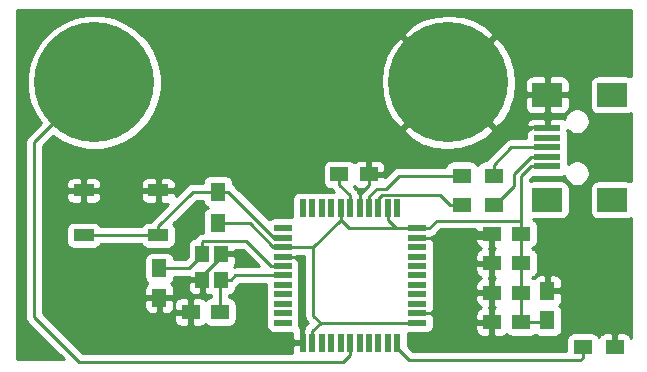
<source format=gtl>
G04 #@! TF.GenerationSoftware,KiCad,Pcbnew,(5.1.4)-1*
G04 #@! TF.CreationDate,2020-01-26T21:21:17-03:00*
G04 #@! TF.ProjectId,CONTESTING,434f4e54-4553-4544-994e-472e6b696361,rev?*
G04 #@! TF.SameCoordinates,Original*
G04 #@! TF.FileFunction,Copper,L1,Top*
G04 #@! TF.FilePolarity,Positive*
%FSLAX46Y46*%
G04 Gerber Fmt 4.6, Leading zero omitted, Abs format (unit mm)*
G04 Created by KiCad (PCBNEW (5.1.4)-1) date 2020-01-26 21:21:17*
%MOMM*%
%LPD*%
G04 APERTURE LIST*
%ADD10R,1.200000X1.400000*%
%ADD11R,1.500000X0.550000*%
%ADD12R,0.550000X1.500000*%
%ADD13C,10.160000*%
%ADD14R,1.700000X1.000000*%
%ADD15R,1.500000X1.300000*%
%ADD16R,1.300000X1.500000*%
%ADD17R,2.500000X2.000000*%
%ADD18R,2.300000X0.500000*%
%ADD19R,1.500000X1.250000*%
%ADD20R,1.250000X1.500000*%
%ADD21C,0.250000*%
%ADD22C,0.254000*%
G04 APERTURE END LIST*
D10*
X76000000Y-121550000D03*
X76000000Y-119350000D03*
X74400000Y-121550000D03*
X74400000Y-119350000D03*
D11*
X92600000Y-117200000D03*
X92600000Y-118000000D03*
X92600000Y-118800000D03*
X92600000Y-119600000D03*
X92600000Y-120400000D03*
X92600000Y-121200000D03*
X92600000Y-122000000D03*
X92600000Y-122800000D03*
X92600000Y-123600000D03*
X92600000Y-124400000D03*
X92600000Y-125200000D03*
D12*
X90900000Y-126900000D03*
X90100000Y-126900000D03*
X89300000Y-126900000D03*
X88500000Y-126900000D03*
X87700000Y-126900000D03*
X86900000Y-126900000D03*
X86100000Y-126900000D03*
X85300000Y-126900000D03*
X84500000Y-126900000D03*
X83700000Y-126900000D03*
X82900000Y-126900000D03*
D11*
X81200000Y-125200000D03*
X81200000Y-124400000D03*
X81200000Y-123600000D03*
X81200000Y-122800000D03*
X81200000Y-122000000D03*
X81200000Y-121200000D03*
X81200000Y-120400000D03*
X81200000Y-119600000D03*
X81200000Y-118800000D03*
X81200000Y-118000000D03*
X81200000Y-117200000D03*
D12*
X82900000Y-115500000D03*
X83700000Y-115500000D03*
X84500000Y-115500000D03*
X85300000Y-115500000D03*
X86100000Y-115500000D03*
X86900000Y-115500000D03*
X87700000Y-115500000D03*
X88500000Y-115500000D03*
X89300000Y-115500000D03*
X90100000Y-115500000D03*
X90900000Y-115500000D03*
D13*
X95220000Y-104850000D03*
X65250000Y-104850000D03*
D14*
X70650000Y-117800000D03*
X64350000Y-117800000D03*
X70650000Y-114000000D03*
X64350000Y-114000000D03*
D15*
X106600000Y-127300000D03*
X109300000Y-127300000D03*
D16*
X75700000Y-116800000D03*
X75700000Y-114100000D03*
D15*
X99050000Y-112750000D03*
X96350000Y-112750000D03*
X96350000Y-115250000D03*
X99050000Y-115250000D03*
D17*
X103600000Y-114800000D03*
X109100000Y-114800000D03*
X109100000Y-105900000D03*
X103600000Y-105900000D03*
D18*
X103600000Y-108750000D03*
X103600000Y-109550000D03*
X103600000Y-110350000D03*
X103600000Y-111150000D03*
X103600000Y-111950000D03*
D19*
X73400000Y-124300000D03*
X75900000Y-124300000D03*
D20*
X70750000Y-120600000D03*
X70750000Y-123100000D03*
D19*
X101400000Y-120150000D03*
X98900000Y-120150000D03*
D20*
X103600000Y-122500000D03*
X103600000Y-125000000D03*
D19*
X101400000Y-117650000D03*
X98900000Y-117650000D03*
X101400000Y-122650000D03*
X98900000Y-122650000D03*
X101400000Y-125150000D03*
X98900000Y-125150000D03*
X88500000Y-112650000D03*
X86000000Y-112650000D03*
D21*
X87700000Y-114500000D02*
X87700000Y-115500000D01*
X87700000Y-114325000D02*
X87700000Y-114500000D01*
X88500000Y-113525000D02*
X87700000Y-114325000D01*
X88500000Y-112650000D02*
X88500000Y-113525000D01*
X98600000Y-122350000D02*
X98900000Y-122650000D01*
X82900000Y-125900000D02*
X82900000Y-126900000D01*
X82900000Y-120300000D02*
X82900000Y-125900000D01*
X82200000Y-119600000D02*
X82900000Y-120300000D01*
X81200000Y-119600000D02*
X82200000Y-119600000D01*
X98550000Y-118000000D02*
X98900000Y-117650000D01*
X92600000Y-118000000D02*
X98550000Y-118000000D01*
X76000000Y-119664998D02*
X76000000Y-119350000D01*
X74400000Y-121264998D02*
X76000000Y-119664998D01*
X74400000Y-121550000D02*
X74400000Y-121264998D01*
X92600000Y-124400000D02*
X94200000Y-124400000D01*
X86900000Y-114500000D02*
X86900000Y-115500000D01*
X86900000Y-114425000D02*
X86900000Y-114500000D01*
X86000000Y-113525000D02*
X86900000Y-114425000D01*
X86000000Y-112650000D02*
X86000000Y-113525000D01*
X82200000Y-118800000D02*
X81200000Y-118800000D01*
X83800000Y-118800000D02*
X82200000Y-118800000D01*
X86100000Y-116500000D02*
X83800000Y-118800000D01*
X86100000Y-115500000D02*
X86100000Y-116500000D01*
X91600000Y-117200000D02*
X92600000Y-117200000D01*
X90800000Y-117200000D02*
X91600000Y-117200000D01*
X90100000Y-116500000D02*
X90800000Y-117200000D01*
X90100000Y-115500000D02*
X90100000Y-116500000D01*
X83700000Y-125900000D02*
X83700000Y-126900000D01*
X84400000Y-125200000D02*
X83700000Y-125900000D01*
X92600000Y-125200000D02*
X84400000Y-125200000D01*
X83800000Y-124600000D02*
X84400000Y-125200000D01*
X83800000Y-118800000D02*
X83800000Y-124600000D01*
X86800000Y-117200000D02*
X86100000Y-116500000D01*
X90800000Y-117200000D02*
X86800000Y-117200000D01*
X101400000Y-116775000D02*
X101400000Y-117650000D01*
X102200000Y-111950000D02*
X101400000Y-112750000D01*
X103600000Y-111950000D02*
X102200000Y-111950000D01*
X101400000Y-118525000D02*
X101400000Y-120150000D01*
X101400000Y-117650000D02*
X101400000Y-118525000D01*
X101400000Y-120150000D02*
X101400000Y-121025000D01*
X101400000Y-123525000D02*
X101400000Y-125150000D01*
X101400000Y-122650000D02*
X101400000Y-123525000D01*
X80389998Y-118800000D02*
X81200000Y-118800000D01*
X78389998Y-116800000D02*
X80389998Y-118800000D01*
X75700000Y-116800000D02*
X78389998Y-116800000D01*
X101400000Y-121025000D02*
X101400000Y-121400000D01*
X101400000Y-121400000D02*
X101400000Y-122650000D01*
X103450000Y-125150000D02*
X103600000Y-125000000D01*
X101400000Y-125150000D02*
X103450000Y-125150000D01*
X94250000Y-116550000D02*
X101400000Y-116550000D01*
X93600000Y-117200000D02*
X94250000Y-116550000D01*
X92600000Y-117200000D02*
X93600000Y-117200000D01*
X101400000Y-112750000D02*
X101400000Y-116550000D01*
X101400000Y-116550000D02*
X101400000Y-116775000D01*
X80200000Y-120400000D02*
X81200000Y-120400000D01*
X78124999Y-118324999D02*
X80200000Y-120400000D01*
X74475001Y-118324999D02*
X78124999Y-118324999D01*
X74400000Y-118400000D02*
X74475001Y-118324999D01*
X74400000Y-119350000D02*
X74400000Y-118400000D01*
X74400000Y-119450000D02*
X74400000Y-119350000D01*
X73250000Y-120600000D02*
X74400000Y-119450000D01*
X70750000Y-120600000D02*
X73250000Y-120600000D01*
X80200000Y-121200000D02*
X81200000Y-121200000D01*
X77200000Y-121200000D02*
X80200000Y-121200000D01*
X76850000Y-121550000D02*
X77200000Y-121200000D01*
X76000000Y-121550000D02*
X76850000Y-121550000D01*
X75900000Y-121650000D02*
X76000000Y-121550000D01*
X75900000Y-124300000D02*
X75900000Y-121650000D01*
X102200000Y-110350000D02*
X103600000Y-110350000D01*
X100550000Y-110350000D02*
X102200000Y-110350000D01*
X99050000Y-111850000D02*
X100550000Y-110350000D01*
X99050000Y-112750000D02*
X99050000Y-111850000D01*
X99150000Y-115250000D02*
X100750000Y-113650000D01*
X99050000Y-115250000D02*
X99150000Y-115250000D01*
X102200000Y-111150000D02*
X103600000Y-111150000D01*
X100750000Y-112600000D02*
X102200000Y-111150000D01*
X100750000Y-113650000D02*
X100750000Y-112600000D01*
X95350000Y-115250000D02*
X96350000Y-115250000D01*
X94524999Y-114424999D02*
X95350000Y-115250000D01*
X89564999Y-114424999D02*
X94524999Y-114424999D01*
X89300000Y-114689998D02*
X89564999Y-114424999D01*
X89300000Y-115500000D02*
X89300000Y-114689998D01*
X88500000Y-114500000D02*
X89150000Y-113850000D01*
X88500000Y-115500000D02*
X88500000Y-114500000D01*
X89150000Y-113850000D02*
X89950000Y-113850000D01*
X91050000Y-112750000D02*
X96350000Y-112750000D01*
X89950000Y-113850000D02*
X91050000Y-112750000D01*
X80500000Y-118000000D02*
X81200000Y-118000000D01*
X76600000Y-114100000D02*
X80500000Y-118000000D01*
X75700000Y-114100000D02*
X76600000Y-114100000D01*
X70650000Y-117050000D02*
X70650000Y-117800000D01*
X73600000Y-114100000D02*
X70650000Y-117050000D01*
X75700000Y-114100000D02*
X73600000Y-114100000D01*
X65450000Y-117800000D02*
X70650000Y-117800000D01*
X64350000Y-117800000D02*
X65450000Y-117800000D01*
X106600000Y-128200000D02*
X106600000Y-127300000D01*
X106400000Y-128400000D02*
X106600000Y-128200000D01*
X91925000Y-128400000D02*
X106400000Y-128400000D01*
X90900000Y-127375000D02*
X91925000Y-128400000D01*
X90900000Y-126900000D02*
X90900000Y-127375000D01*
X60170001Y-109929999D02*
X65250000Y-104850000D01*
X60170001Y-124720001D02*
X60170001Y-109929999D01*
X63950000Y-128500000D02*
X60170001Y-124720001D01*
X86300000Y-128500000D02*
X63950000Y-128500000D01*
X86900000Y-127900000D02*
X86300000Y-128500000D01*
X86900000Y-126900000D02*
X86900000Y-127900000D01*
D22*
G36*
X110655001Y-104343008D02*
G01*
X110594180Y-104310498D01*
X110474482Y-104274188D01*
X110350000Y-104261928D01*
X107850000Y-104261928D01*
X107725518Y-104274188D01*
X107605820Y-104310498D01*
X107495506Y-104369463D01*
X107398815Y-104448815D01*
X107319463Y-104545506D01*
X107260498Y-104655820D01*
X107224188Y-104775518D01*
X107211928Y-104900000D01*
X107211928Y-106900000D01*
X107224188Y-107024482D01*
X107260498Y-107144180D01*
X107319463Y-107254494D01*
X107398815Y-107351185D01*
X107495506Y-107430537D01*
X107605820Y-107489502D01*
X107725518Y-107525812D01*
X107850000Y-107538072D01*
X110350000Y-107538072D01*
X110474482Y-107525812D01*
X110594180Y-107489502D01*
X110655001Y-107456992D01*
X110655001Y-113243008D01*
X110594180Y-113210498D01*
X110474482Y-113174188D01*
X110350000Y-113161928D01*
X107850000Y-113161928D01*
X107725518Y-113174188D01*
X107605820Y-113210498D01*
X107495506Y-113269463D01*
X107398815Y-113348815D01*
X107319463Y-113445506D01*
X107260498Y-113555820D01*
X107224188Y-113675518D01*
X107211928Y-113800000D01*
X107211928Y-115800000D01*
X107224188Y-115924482D01*
X107260498Y-116044180D01*
X107319463Y-116154494D01*
X107398815Y-116251185D01*
X107495506Y-116330537D01*
X107605820Y-116389502D01*
X107725518Y-116425812D01*
X107850000Y-116438072D01*
X110350000Y-116438072D01*
X110474482Y-116425812D01*
X110594180Y-116389502D01*
X110655000Y-116356992D01*
X110655000Y-126456910D01*
X110639502Y-126405820D01*
X110580537Y-126295506D01*
X110501185Y-126198815D01*
X110404494Y-126119463D01*
X110294180Y-126060498D01*
X110174482Y-126024188D01*
X110050000Y-126011928D01*
X109585750Y-126015000D01*
X109427000Y-126173750D01*
X109427000Y-127173000D01*
X109447000Y-127173000D01*
X109447000Y-127427000D01*
X109427000Y-127427000D01*
X109427000Y-127447000D01*
X109173000Y-127447000D01*
X109173000Y-127427000D01*
X109153000Y-127427000D01*
X109153000Y-127173000D01*
X109173000Y-127173000D01*
X109173000Y-126173750D01*
X109014250Y-126015000D01*
X108550000Y-126011928D01*
X108425518Y-126024188D01*
X108305820Y-126060498D01*
X108195506Y-126119463D01*
X108098815Y-126198815D01*
X108019463Y-126295506D01*
X107960498Y-126405820D01*
X107950000Y-126440427D01*
X107939502Y-126405820D01*
X107880537Y-126295506D01*
X107801185Y-126198815D01*
X107704494Y-126119463D01*
X107594180Y-126060498D01*
X107474482Y-126024188D01*
X107350000Y-126011928D01*
X105850000Y-126011928D01*
X105725518Y-126024188D01*
X105605820Y-126060498D01*
X105495506Y-126119463D01*
X105398815Y-126198815D01*
X105319463Y-126295506D01*
X105260498Y-126405820D01*
X105224188Y-126525518D01*
X105211928Y-126650000D01*
X105211928Y-127640000D01*
X92239802Y-127640000D01*
X91813072Y-127213271D01*
X91813072Y-126150000D01*
X91809038Y-126109038D01*
X91850000Y-126113072D01*
X93350000Y-126113072D01*
X93474482Y-126100812D01*
X93594180Y-126064502D01*
X93704494Y-126005537D01*
X93801185Y-125926185D01*
X93880537Y-125829494D01*
X93909665Y-125775000D01*
X97511928Y-125775000D01*
X97524188Y-125899482D01*
X97560498Y-126019180D01*
X97619463Y-126129494D01*
X97698815Y-126226185D01*
X97795506Y-126305537D01*
X97905820Y-126364502D01*
X98025518Y-126400812D01*
X98150000Y-126413072D01*
X98614250Y-126410000D01*
X98773000Y-126251250D01*
X98773000Y-125277000D01*
X97673750Y-125277000D01*
X97515000Y-125435750D01*
X97511928Y-125775000D01*
X93909665Y-125775000D01*
X93939502Y-125719180D01*
X93975812Y-125599482D01*
X93988072Y-125475000D01*
X93988072Y-124925000D01*
X93975812Y-124800518D01*
X93975454Y-124799337D01*
X93985000Y-124685750D01*
X93892917Y-124593667D01*
X93880537Y-124570506D01*
X93801185Y-124473815D01*
X93711241Y-124400000D01*
X93801185Y-124326185D01*
X93880537Y-124229494D01*
X93892917Y-124206333D01*
X93985000Y-124114250D01*
X93975454Y-124000663D01*
X93975812Y-123999482D01*
X93988072Y-123875000D01*
X93988072Y-123325000D01*
X93983148Y-123275000D01*
X97511928Y-123275000D01*
X97524188Y-123399482D01*
X97560498Y-123519180D01*
X97619463Y-123629494D01*
X97698815Y-123726185D01*
X97795506Y-123805537D01*
X97905820Y-123864502D01*
X98022841Y-123900000D01*
X97905820Y-123935498D01*
X97795506Y-123994463D01*
X97698815Y-124073815D01*
X97619463Y-124170506D01*
X97560498Y-124280820D01*
X97524188Y-124400518D01*
X97511928Y-124525000D01*
X97515000Y-124864250D01*
X97673750Y-125023000D01*
X98773000Y-125023000D01*
X98773000Y-124048750D01*
X98624250Y-123900000D01*
X98773000Y-123751250D01*
X98773000Y-122777000D01*
X97673750Y-122777000D01*
X97515000Y-122935750D01*
X97511928Y-123275000D01*
X93983148Y-123275000D01*
X93975812Y-123200518D01*
X93975655Y-123200000D01*
X93975812Y-123199482D01*
X93988072Y-123075000D01*
X93988072Y-122525000D01*
X93975812Y-122400518D01*
X93975655Y-122400000D01*
X93975812Y-122399482D01*
X93988072Y-122275000D01*
X93988072Y-121725000D01*
X93975812Y-121600518D01*
X93975655Y-121600000D01*
X93975812Y-121599482D01*
X93988072Y-121475000D01*
X93988072Y-120925000D01*
X93975812Y-120800518D01*
X93975655Y-120800000D01*
X93975812Y-120799482D01*
X93978223Y-120775000D01*
X97511928Y-120775000D01*
X97524188Y-120899482D01*
X97560498Y-121019180D01*
X97619463Y-121129494D01*
X97698815Y-121226185D01*
X97795506Y-121305537D01*
X97905820Y-121364502D01*
X98022841Y-121400000D01*
X97905820Y-121435498D01*
X97795506Y-121494463D01*
X97698815Y-121573815D01*
X97619463Y-121670506D01*
X97560498Y-121780820D01*
X97524188Y-121900518D01*
X97511928Y-122025000D01*
X97515000Y-122364250D01*
X97673750Y-122523000D01*
X98773000Y-122523000D01*
X98773000Y-121548750D01*
X98624250Y-121400000D01*
X98773000Y-121251250D01*
X98773000Y-120277000D01*
X97673750Y-120277000D01*
X97515000Y-120435750D01*
X97511928Y-120775000D01*
X93978223Y-120775000D01*
X93988072Y-120675000D01*
X93988072Y-120125000D01*
X93975812Y-120000518D01*
X93975655Y-120000000D01*
X93975812Y-119999482D01*
X93988072Y-119875000D01*
X93988072Y-119325000D01*
X93975812Y-119200518D01*
X93975655Y-119200000D01*
X93975812Y-119199482D01*
X93988072Y-119075000D01*
X93988072Y-118525000D01*
X93975812Y-118400518D01*
X93975454Y-118399337D01*
X93985000Y-118285750D01*
X93974250Y-118275000D01*
X97511928Y-118275000D01*
X97524188Y-118399482D01*
X97560498Y-118519180D01*
X97619463Y-118629494D01*
X97698815Y-118726185D01*
X97795506Y-118805537D01*
X97905820Y-118864502D01*
X98022841Y-118900000D01*
X97905820Y-118935498D01*
X97795506Y-118994463D01*
X97698815Y-119073815D01*
X97619463Y-119170506D01*
X97560498Y-119280820D01*
X97524188Y-119400518D01*
X97511928Y-119525000D01*
X97515000Y-119864250D01*
X97673750Y-120023000D01*
X98773000Y-120023000D01*
X98773000Y-119048750D01*
X98624250Y-118900000D01*
X98773000Y-118751250D01*
X98773000Y-117777000D01*
X97673750Y-117777000D01*
X97515000Y-117935750D01*
X97511928Y-118275000D01*
X93974250Y-118275000D01*
X93892917Y-118193667D01*
X93880537Y-118170506D01*
X93801185Y-118073815D01*
X93711241Y-118000000D01*
X93787685Y-117937264D01*
X93892247Y-117905546D01*
X94024276Y-117834974D01*
X94140001Y-117740001D01*
X94163803Y-117710998D01*
X94564802Y-117310000D01*
X97514509Y-117310000D01*
X97515000Y-117364250D01*
X97673750Y-117523000D01*
X98773000Y-117523000D01*
X98773000Y-117503000D01*
X99027000Y-117503000D01*
X99027000Y-117523000D01*
X99047000Y-117523000D01*
X99047000Y-117777000D01*
X99027000Y-117777000D01*
X99027000Y-118751250D01*
X99175750Y-118900000D01*
X99027000Y-119048750D01*
X99027000Y-120023000D01*
X99047000Y-120023000D01*
X99047000Y-120277000D01*
X99027000Y-120277000D01*
X99027000Y-121251250D01*
X99175750Y-121400000D01*
X99027000Y-121548750D01*
X99027000Y-122523000D01*
X99047000Y-122523000D01*
X99047000Y-122777000D01*
X99027000Y-122777000D01*
X99027000Y-123751250D01*
X99175750Y-123900000D01*
X99027000Y-124048750D01*
X99027000Y-125023000D01*
X99047000Y-125023000D01*
X99047000Y-125277000D01*
X99027000Y-125277000D01*
X99027000Y-126251250D01*
X99185750Y-126410000D01*
X99650000Y-126413072D01*
X99774482Y-126400812D01*
X99894180Y-126364502D01*
X100004494Y-126305537D01*
X100101185Y-126226185D01*
X100150000Y-126166704D01*
X100198815Y-126226185D01*
X100295506Y-126305537D01*
X100405820Y-126364502D01*
X100525518Y-126400812D01*
X100650000Y-126413072D01*
X102150000Y-126413072D01*
X102274482Y-126400812D01*
X102394180Y-126364502D01*
X102504494Y-126305537D01*
X102577731Y-126245433D01*
X102620506Y-126280537D01*
X102730820Y-126339502D01*
X102850518Y-126375812D01*
X102975000Y-126388072D01*
X104225000Y-126388072D01*
X104349482Y-126375812D01*
X104469180Y-126339502D01*
X104579494Y-126280537D01*
X104676185Y-126201185D01*
X104755537Y-126104494D01*
X104814502Y-125994180D01*
X104850812Y-125874482D01*
X104863072Y-125750000D01*
X104863072Y-124250000D01*
X104850812Y-124125518D01*
X104814502Y-124005820D01*
X104755537Y-123895506D01*
X104676185Y-123798815D01*
X104616704Y-123750000D01*
X104676185Y-123701185D01*
X104755537Y-123604494D01*
X104814502Y-123494180D01*
X104850812Y-123374482D01*
X104863072Y-123250000D01*
X104860000Y-122785750D01*
X104701250Y-122627000D01*
X103727000Y-122627000D01*
X103727000Y-122647000D01*
X103473000Y-122647000D01*
X103473000Y-122627000D01*
X103453000Y-122627000D01*
X103453000Y-122373000D01*
X103473000Y-122373000D01*
X103473000Y-121273750D01*
X103727000Y-121273750D01*
X103727000Y-122373000D01*
X104701250Y-122373000D01*
X104860000Y-122214250D01*
X104863072Y-121750000D01*
X104850812Y-121625518D01*
X104814502Y-121505820D01*
X104755537Y-121395506D01*
X104676185Y-121298815D01*
X104579494Y-121219463D01*
X104469180Y-121160498D01*
X104349482Y-121124188D01*
X104225000Y-121111928D01*
X103885750Y-121115000D01*
X103727000Y-121273750D01*
X103473000Y-121273750D01*
X103314250Y-121115000D01*
X102975000Y-121111928D01*
X102850518Y-121124188D01*
X102730820Y-121160498D01*
X102620506Y-121219463D01*
X102523815Y-121298815D01*
X102444463Y-121395506D01*
X102416663Y-121447516D01*
X102394180Y-121435498D01*
X102277159Y-121400000D01*
X102394180Y-121364502D01*
X102504494Y-121305537D01*
X102601185Y-121226185D01*
X102680537Y-121129494D01*
X102739502Y-121019180D01*
X102775812Y-120899482D01*
X102788072Y-120775000D01*
X102788072Y-119525000D01*
X102775812Y-119400518D01*
X102739502Y-119280820D01*
X102680537Y-119170506D01*
X102601185Y-119073815D01*
X102504494Y-118994463D01*
X102394180Y-118935498D01*
X102277159Y-118900000D01*
X102394180Y-118864502D01*
X102504494Y-118805537D01*
X102601185Y-118726185D01*
X102680537Y-118629494D01*
X102739502Y-118519180D01*
X102775812Y-118399482D01*
X102788072Y-118275000D01*
X102788072Y-117025000D01*
X102775812Y-116900518D01*
X102739502Y-116780820D01*
X102680537Y-116670506D01*
X102601185Y-116573815D01*
X102504494Y-116494463D01*
X102398996Y-116438072D01*
X104850000Y-116438072D01*
X104974482Y-116425812D01*
X105094180Y-116389502D01*
X105204494Y-116330537D01*
X105301185Y-116251185D01*
X105380537Y-116154494D01*
X105439502Y-116044180D01*
X105475812Y-115924482D01*
X105488072Y-115800000D01*
X105488072Y-113800000D01*
X105475812Y-113675518D01*
X105439502Y-113555820D01*
X105380537Y-113445506D01*
X105301185Y-113348815D01*
X105204494Y-113269463D01*
X105094180Y-113210498D01*
X104974482Y-113174188D01*
X104850000Y-113161928D01*
X102350000Y-113161928D01*
X102225518Y-113174188D01*
X102160000Y-113194063D01*
X102160000Y-113064801D01*
X102392402Y-112832399D01*
X102450000Y-112838072D01*
X104750000Y-112838072D01*
X104874482Y-112825812D01*
X104994180Y-112789502D01*
X105036847Y-112766696D01*
X105056696Y-112866483D01*
X105138485Y-113063940D01*
X105257225Y-113241647D01*
X105408353Y-113392775D01*
X105586060Y-113511515D01*
X105783517Y-113593304D01*
X105993137Y-113635000D01*
X106206863Y-113635000D01*
X106416483Y-113593304D01*
X106613940Y-113511515D01*
X106791647Y-113392775D01*
X106942775Y-113241647D01*
X107061515Y-113063940D01*
X107143304Y-112866483D01*
X107185000Y-112656863D01*
X107185000Y-112443137D01*
X107143304Y-112233517D01*
X107061515Y-112036060D01*
X106942775Y-111858353D01*
X106791647Y-111707225D01*
X106613940Y-111588485D01*
X106416483Y-111506696D01*
X106206863Y-111465000D01*
X105993137Y-111465000D01*
X105783517Y-111506696D01*
X105586060Y-111588485D01*
X105408353Y-111707225D01*
X105388072Y-111727506D01*
X105388072Y-111700000D01*
X105375812Y-111575518D01*
X105368071Y-111550000D01*
X105375812Y-111524482D01*
X105388072Y-111400000D01*
X105388072Y-110900000D01*
X105375812Y-110775518D01*
X105368071Y-110750000D01*
X105375812Y-110724482D01*
X105388072Y-110600000D01*
X105388072Y-110100000D01*
X105375812Y-109975518D01*
X105368071Y-109950000D01*
X105375812Y-109924482D01*
X105388072Y-109800000D01*
X105388072Y-109300000D01*
X105375812Y-109175518D01*
X105368289Y-109150719D01*
X105374428Y-109131244D01*
X105385000Y-109031750D01*
X105230252Y-108877002D01*
X105292580Y-108877002D01*
X105408353Y-108992775D01*
X105586060Y-109111515D01*
X105783517Y-109193304D01*
X105993137Y-109235000D01*
X106206863Y-109235000D01*
X106416483Y-109193304D01*
X106613940Y-109111515D01*
X106791647Y-108992775D01*
X106942775Y-108841647D01*
X107061515Y-108663940D01*
X107143304Y-108466483D01*
X107185000Y-108256863D01*
X107185000Y-108043137D01*
X107143304Y-107833517D01*
X107061515Y-107636060D01*
X106942775Y-107458353D01*
X106791647Y-107307225D01*
X106613940Y-107188485D01*
X106416483Y-107106696D01*
X106206863Y-107065000D01*
X105993137Y-107065000D01*
X105783517Y-107106696D01*
X105586060Y-107188485D01*
X105408353Y-107307225D01*
X105257225Y-107458353D01*
X105138485Y-107636060D01*
X105056696Y-107833517D01*
X105036823Y-107933423D01*
X104987789Y-107907892D01*
X104867705Y-107872878D01*
X104743098Y-107861965D01*
X103885750Y-107865000D01*
X103727000Y-108023750D01*
X103727000Y-108627000D01*
X103747000Y-108627000D01*
X103747000Y-108661928D01*
X102450000Y-108661928D01*
X102325518Y-108674188D01*
X102205820Y-108710498D01*
X102095506Y-108769463D01*
X101998815Y-108848815D01*
X101978967Y-108873000D01*
X101973750Y-108873000D01*
X101815000Y-109031750D01*
X101825572Y-109131244D01*
X101831711Y-109150719D01*
X101824188Y-109175518D01*
X101811928Y-109300000D01*
X101811928Y-109590000D01*
X100587322Y-109590000D01*
X100549999Y-109586324D01*
X100512676Y-109590000D01*
X100512667Y-109590000D01*
X100401014Y-109600997D01*
X100257753Y-109644454D01*
X100125724Y-109715026D01*
X100009999Y-109809999D01*
X99986201Y-109838997D01*
X98538998Y-111286201D01*
X98510000Y-111309999D01*
X98486202Y-111338997D01*
X98486201Y-111338998D01*
X98415026Y-111425724D01*
X98395674Y-111461928D01*
X98300000Y-111461928D01*
X98175518Y-111474188D01*
X98055820Y-111510498D01*
X97945506Y-111569463D01*
X97848815Y-111648815D01*
X97769463Y-111745506D01*
X97710498Y-111855820D01*
X97700000Y-111890427D01*
X97689502Y-111855820D01*
X97630537Y-111745506D01*
X97551185Y-111648815D01*
X97454494Y-111569463D01*
X97344180Y-111510498D01*
X97224482Y-111474188D01*
X97100000Y-111461928D01*
X95600000Y-111461928D01*
X95475518Y-111474188D01*
X95355820Y-111510498D01*
X95245506Y-111569463D01*
X95148815Y-111648815D01*
X95069463Y-111745506D01*
X95010498Y-111855820D01*
X94974188Y-111975518D01*
X94972762Y-111990000D01*
X91087323Y-111990000D01*
X91050000Y-111986324D01*
X91012677Y-111990000D01*
X91012667Y-111990000D01*
X90901014Y-112000997D01*
X90785425Y-112036060D01*
X90757753Y-112044454D01*
X90625723Y-112115026D01*
X90592556Y-112142246D01*
X90509999Y-112209999D01*
X90486201Y-112238997D01*
X89837224Y-112887974D01*
X89726250Y-112777000D01*
X88627000Y-112777000D01*
X88627000Y-112797000D01*
X88373000Y-112797000D01*
X88373000Y-112777000D01*
X88353000Y-112777000D01*
X88353000Y-112523000D01*
X88373000Y-112523000D01*
X88373000Y-111548750D01*
X88627000Y-111548750D01*
X88627000Y-112523000D01*
X89726250Y-112523000D01*
X89885000Y-112364250D01*
X89888072Y-112025000D01*
X89875812Y-111900518D01*
X89839502Y-111780820D01*
X89780537Y-111670506D01*
X89701185Y-111573815D01*
X89604494Y-111494463D01*
X89494180Y-111435498D01*
X89374482Y-111399188D01*
X89250000Y-111386928D01*
X88785750Y-111390000D01*
X88627000Y-111548750D01*
X88373000Y-111548750D01*
X88214250Y-111390000D01*
X87750000Y-111386928D01*
X87625518Y-111399188D01*
X87505820Y-111435498D01*
X87395506Y-111494463D01*
X87298815Y-111573815D01*
X87250000Y-111633296D01*
X87201185Y-111573815D01*
X87104494Y-111494463D01*
X86994180Y-111435498D01*
X86874482Y-111399188D01*
X86750000Y-111386928D01*
X85250000Y-111386928D01*
X85125518Y-111399188D01*
X85005820Y-111435498D01*
X84895506Y-111494463D01*
X84798815Y-111573815D01*
X84719463Y-111670506D01*
X84660498Y-111780820D01*
X84624188Y-111900518D01*
X84611928Y-112025000D01*
X84611928Y-113275000D01*
X84624188Y-113399482D01*
X84660498Y-113519180D01*
X84719463Y-113629494D01*
X84798815Y-113726185D01*
X84895506Y-113805537D01*
X85005820Y-113864502D01*
X85125518Y-113900812D01*
X85250000Y-113913072D01*
X85345674Y-113913072D01*
X85365026Y-113949276D01*
X85427838Y-114025812D01*
X85460000Y-114065001D01*
X85488998Y-114088799D01*
X85512127Y-114111928D01*
X85025000Y-114111928D01*
X84900518Y-114124188D01*
X84900000Y-114124345D01*
X84899482Y-114124188D01*
X84775000Y-114111928D01*
X84225000Y-114111928D01*
X84100518Y-114124188D01*
X84100000Y-114124345D01*
X84099482Y-114124188D01*
X83975000Y-114111928D01*
X83425000Y-114111928D01*
X83300518Y-114124188D01*
X83300000Y-114124345D01*
X83299482Y-114124188D01*
X83175000Y-114111928D01*
X82625000Y-114111928D01*
X82500518Y-114124188D01*
X82380820Y-114160498D01*
X82270506Y-114219463D01*
X82173815Y-114298815D01*
X82094463Y-114395506D01*
X82035498Y-114505820D01*
X81999188Y-114625518D01*
X81986928Y-114750000D01*
X81986928Y-116250000D01*
X81990962Y-116290962D01*
X81950000Y-116286928D01*
X80450000Y-116286928D01*
X80325518Y-116299188D01*
X80205820Y-116335498D01*
X80095506Y-116394463D01*
X80026168Y-116451367D01*
X77163804Y-113589003D01*
X77140001Y-113559999D01*
X77024276Y-113465026D01*
X76988072Y-113445674D01*
X76988072Y-113350000D01*
X76975812Y-113225518D01*
X76939502Y-113105820D01*
X76880537Y-112995506D01*
X76801185Y-112898815D01*
X76704494Y-112819463D01*
X76594180Y-112760498D01*
X76474482Y-112724188D01*
X76350000Y-112711928D01*
X75050000Y-112711928D01*
X74925518Y-112724188D01*
X74805820Y-112760498D01*
X74695506Y-112819463D01*
X74598815Y-112898815D01*
X74519463Y-112995506D01*
X74460498Y-113105820D01*
X74424188Y-113225518D01*
X74412913Y-113340000D01*
X73637322Y-113340000D01*
X73599999Y-113336324D01*
X73562677Y-113340000D01*
X73562667Y-113340000D01*
X73451014Y-113350997D01*
X73313288Y-113392775D01*
X73307753Y-113394454D01*
X73175723Y-113465026D01*
X73102645Y-113525000D01*
X73059999Y-113559999D01*
X73036201Y-113588997D01*
X72137890Y-114487308D01*
X72135000Y-114285750D01*
X71976250Y-114127000D01*
X70777000Y-114127000D01*
X70777000Y-114976250D01*
X70935750Y-115135000D01*
X71487196Y-115138002D01*
X70139003Y-116486196D01*
X70109999Y-116509999D01*
X70064840Y-116565026D01*
X70015026Y-116625724D01*
X69995674Y-116661928D01*
X69800000Y-116661928D01*
X69675518Y-116674188D01*
X69555820Y-116710498D01*
X69445506Y-116769463D01*
X69348815Y-116848815D01*
X69269463Y-116945506D01*
X69218954Y-117040000D01*
X65781046Y-117040000D01*
X65730537Y-116945506D01*
X65651185Y-116848815D01*
X65554494Y-116769463D01*
X65444180Y-116710498D01*
X65324482Y-116674188D01*
X65200000Y-116661928D01*
X63500000Y-116661928D01*
X63375518Y-116674188D01*
X63255820Y-116710498D01*
X63145506Y-116769463D01*
X63048815Y-116848815D01*
X62969463Y-116945506D01*
X62910498Y-117055820D01*
X62874188Y-117175518D01*
X62861928Y-117300000D01*
X62861928Y-118300000D01*
X62874188Y-118424482D01*
X62910498Y-118544180D01*
X62969463Y-118654494D01*
X63048815Y-118751185D01*
X63145506Y-118830537D01*
X63255820Y-118889502D01*
X63375518Y-118925812D01*
X63500000Y-118938072D01*
X65200000Y-118938072D01*
X65324482Y-118925812D01*
X65444180Y-118889502D01*
X65554494Y-118830537D01*
X65651185Y-118751185D01*
X65730537Y-118654494D01*
X65781046Y-118560000D01*
X69218954Y-118560000D01*
X69269463Y-118654494D01*
X69348815Y-118751185D01*
X69445506Y-118830537D01*
X69555820Y-118889502D01*
X69675518Y-118925812D01*
X69800000Y-118938072D01*
X71500000Y-118938072D01*
X71624482Y-118925812D01*
X71744180Y-118889502D01*
X71854494Y-118830537D01*
X71951185Y-118751185D01*
X72030537Y-118654494D01*
X72089502Y-118544180D01*
X72125812Y-118424482D01*
X72138072Y-118300000D01*
X72138072Y-117300000D01*
X72125812Y-117175518D01*
X72089502Y-117055820D01*
X72030537Y-116945506D01*
X71951185Y-116848815D01*
X71937345Y-116837457D01*
X73914802Y-114860000D01*
X74412913Y-114860000D01*
X74424188Y-114974482D01*
X74460498Y-115094180D01*
X74519463Y-115204494D01*
X74598815Y-115301185D01*
X74695506Y-115380537D01*
X74805820Y-115439502D01*
X74840427Y-115450000D01*
X74805820Y-115460498D01*
X74695506Y-115519463D01*
X74598815Y-115598815D01*
X74519463Y-115695506D01*
X74460498Y-115805820D01*
X74424188Y-115925518D01*
X74411928Y-116050000D01*
X74411928Y-117550000D01*
X74413638Y-117567366D01*
X74326015Y-117575996D01*
X74182754Y-117619453D01*
X74050725Y-117690025D01*
X73935000Y-117784998D01*
X73911200Y-117813998D01*
X73888996Y-117836203D01*
X73860000Y-117859999D01*
X73836202Y-117888997D01*
X73836201Y-117888998D01*
X73765026Y-117975724D01*
X73742656Y-118017576D01*
X73675518Y-118024188D01*
X73555820Y-118060498D01*
X73445506Y-118119463D01*
X73348815Y-118198815D01*
X73269463Y-118295506D01*
X73210498Y-118405820D01*
X73174188Y-118525518D01*
X73161928Y-118650000D01*
X73161928Y-119613271D01*
X72935199Y-119840000D01*
X72012087Y-119840000D01*
X72000812Y-119725518D01*
X71964502Y-119605820D01*
X71905537Y-119495506D01*
X71826185Y-119398815D01*
X71729494Y-119319463D01*
X71619180Y-119260498D01*
X71499482Y-119224188D01*
X71375000Y-119211928D01*
X70125000Y-119211928D01*
X70000518Y-119224188D01*
X69880820Y-119260498D01*
X69770506Y-119319463D01*
X69673815Y-119398815D01*
X69594463Y-119495506D01*
X69535498Y-119605820D01*
X69499188Y-119725518D01*
X69486928Y-119850000D01*
X69486928Y-121350000D01*
X69499188Y-121474482D01*
X69535498Y-121594180D01*
X69594463Y-121704494D01*
X69673815Y-121801185D01*
X69733296Y-121850000D01*
X69673815Y-121898815D01*
X69594463Y-121995506D01*
X69535498Y-122105820D01*
X69499188Y-122225518D01*
X69486928Y-122350000D01*
X69490000Y-122814250D01*
X69648750Y-122973000D01*
X70623000Y-122973000D01*
X70623000Y-122953000D01*
X70877000Y-122953000D01*
X70877000Y-122973000D01*
X71851250Y-122973000D01*
X72010000Y-122814250D01*
X72013072Y-122350000D01*
X72003224Y-122250000D01*
X73161928Y-122250000D01*
X73174188Y-122374482D01*
X73210498Y-122494180D01*
X73269463Y-122604494D01*
X73348815Y-122701185D01*
X73445506Y-122780537D01*
X73555820Y-122839502D01*
X73675518Y-122875812D01*
X73800000Y-122888072D01*
X74114250Y-122885000D01*
X74273000Y-122726250D01*
X74273000Y-121677000D01*
X73323750Y-121677000D01*
X73165000Y-121835750D01*
X73161928Y-122250000D01*
X72003224Y-122250000D01*
X72000812Y-122225518D01*
X71964502Y-122105820D01*
X71905537Y-121995506D01*
X71826185Y-121898815D01*
X71766704Y-121850000D01*
X71826185Y-121801185D01*
X71905537Y-121704494D01*
X71964502Y-121594180D01*
X72000812Y-121474482D01*
X72012087Y-121360000D01*
X73212678Y-121360000D01*
X73250000Y-121363676D01*
X73263133Y-121362383D01*
X73323750Y-121423000D01*
X74273000Y-121423000D01*
X74273000Y-121403000D01*
X74527000Y-121403000D01*
X74527000Y-121423000D01*
X74547000Y-121423000D01*
X74547000Y-121677000D01*
X74527000Y-121677000D01*
X74527000Y-122726250D01*
X74685750Y-122885000D01*
X75000000Y-122888072D01*
X75124482Y-122875812D01*
X75140001Y-122871105D01*
X75140000Y-123037913D01*
X75025518Y-123049188D01*
X74905820Y-123085498D01*
X74795506Y-123144463D01*
X74698815Y-123223815D01*
X74650000Y-123283296D01*
X74601185Y-123223815D01*
X74504494Y-123144463D01*
X74394180Y-123085498D01*
X74274482Y-123049188D01*
X74150000Y-123036928D01*
X73685750Y-123040000D01*
X73527000Y-123198750D01*
X73527000Y-124173000D01*
X73547000Y-124173000D01*
X73547000Y-124427000D01*
X73527000Y-124427000D01*
X73527000Y-125401250D01*
X73685750Y-125560000D01*
X74150000Y-125563072D01*
X74274482Y-125550812D01*
X74394180Y-125514502D01*
X74504494Y-125455537D01*
X74601185Y-125376185D01*
X74650000Y-125316704D01*
X74698815Y-125376185D01*
X74795506Y-125455537D01*
X74905820Y-125514502D01*
X75025518Y-125550812D01*
X75150000Y-125563072D01*
X76650000Y-125563072D01*
X76774482Y-125550812D01*
X76894180Y-125514502D01*
X77004494Y-125455537D01*
X77101185Y-125376185D01*
X77180537Y-125279494D01*
X77239502Y-125169180D01*
X77275812Y-125049482D01*
X77288072Y-124925000D01*
X77288072Y-123675000D01*
X77275812Y-123550518D01*
X77239502Y-123430820D01*
X77180537Y-123320506D01*
X77101185Y-123223815D01*
X77004494Y-123144463D01*
X76894180Y-123085498D01*
X76774482Y-123049188D01*
X76660000Y-123037913D01*
X76660000Y-122882163D01*
X76724482Y-122875812D01*
X76844180Y-122839502D01*
X76954494Y-122780537D01*
X77051185Y-122701185D01*
X77130537Y-122604494D01*
X77189502Y-122494180D01*
X77225812Y-122374482D01*
X77238072Y-122250000D01*
X77238072Y-122204326D01*
X77274276Y-122184974D01*
X77390001Y-122090001D01*
X77413804Y-122060997D01*
X77514801Y-121960000D01*
X79811928Y-121960000D01*
X79811928Y-122275000D01*
X79824188Y-122399482D01*
X79824345Y-122400000D01*
X79824188Y-122400518D01*
X79811928Y-122525000D01*
X79811928Y-123075000D01*
X79824188Y-123199482D01*
X79824345Y-123200000D01*
X79824188Y-123200518D01*
X79811928Y-123325000D01*
X79811928Y-123875000D01*
X79824188Y-123999482D01*
X79824345Y-124000000D01*
X79824188Y-124000518D01*
X79811928Y-124125000D01*
X79811928Y-124675000D01*
X79824188Y-124799482D01*
X79824345Y-124800000D01*
X79824188Y-124800518D01*
X79811928Y-124925000D01*
X79811928Y-125475000D01*
X79824188Y-125599482D01*
X79860498Y-125719180D01*
X79919463Y-125829494D01*
X79998815Y-125926185D01*
X80095506Y-126005537D01*
X80205820Y-126064502D01*
X80325518Y-126100812D01*
X80450000Y-126113072D01*
X81950000Y-126113072D01*
X81991064Y-126109028D01*
X81986936Y-126153213D01*
X81990000Y-126614250D01*
X82148750Y-126773000D01*
X82773000Y-126773000D01*
X82773000Y-125673750D01*
X82614250Y-125515000D01*
X82583881Y-125517552D01*
X82588072Y-125475000D01*
X82588072Y-124925000D01*
X82575812Y-124800518D01*
X82575655Y-124800000D01*
X82575812Y-124799482D01*
X82588072Y-124675000D01*
X82588072Y-124125000D01*
X82575812Y-124000518D01*
X82575655Y-124000000D01*
X82575812Y-123999482D01*
X82588072Y-123875000D01*
X82588072Y-123325000D01*
X82575812Y-123200518D01*
X82575655Y-123200000D01*
X82575812Y-123199482D01*
X82588072Y-123075000D01*
X82588072Y-122525000D01*
X82575812Y-122400518D01*
X82575655Y-122400000D01*
X82575812Y-122399482D01*
X82588072Y-122275000D01*
X82588072Y-121725000D01*
X82575812Y-121600518D01*
X82575655Y-121600000D01*
X82575812Y-121599482D01*
X82588072Y-121475000D01*
X82588072Y-120925000D01*
X82575812Y-120800518D01*
X82575655Y-120800000D01*
X82575812Y-120799482D01*
X82588072Y-120675000D01*
X82588072Y-120125000D01*
X82575812Y-120000518D01*
X82575454Y-119999337D01*
X82585000Y-119885750D01*
X82492917Y-119793667D01*
X82480537Y-119770506D01*
X82401185Y-119673815D01*
X82311241Y-119600000D01*
X82359981Y-119560000D01*
X83040000Y-119560000D01*
X83040001Y-124562668D01*
X83036324Y-124600000D01*
X83040001Y-124637333D01*
X83050998Y-124748986D01*
X83059109Y-124775724D01*
X83094454Y-124892246D01*
X83165026Y-125024276D01*
X83236201Y-125111002D01*
X83260000Y-125140001D01*
X83288998Y-125163799D01*
X83325199Y-125200000D01*
X83189002Y-125336197D01*
X83159999Y-125359999D01*
X83107249Y-125424276D01*
X83065026Y-125475724D01*
X82998876Y-125599482D01*
X82994454Y-125607754D01*
X82962737Y-125712314D01*
X82894463Y-125795506D01*
X82835498Y-125905820D01*
X82799188Y-126025518D01*
X82786928Y-126150000D01*
X82786928Y-127047000D01*
X82773000Y-127047000D01*
X82773000Y-127027000D01*
X82148750Y-127027000D01*
X81990000Y-127185750D01*
X81986936Y-127646787D01*
X81995643Y-127740000D01*
X64264802Y-127740000D01*
X61449802Y-124925000D01*
X72011928Y-124925000D01*
X72024188Y-125049482D01*
X72060498Y-125169180D01*
X72119463Y-125279494D01*
X72198815Y-125376185D01*
X72295506Y-125455537D01*
X72405820Y-125514502D01*
X72525518Y-125550812D01*
X72650000Y-125563072D01*
X73114250Y-125560000D01*
X73273000Y-125401250D01*
X73273000Y-124427000D01*
X72173750Y-124427000D01*
X72015000Y-124585750D01*
X72011928Y-124925000D01*
X61449802Y-124925000D01*
X60930001Y-124405200D01*
X60930001Y-123850000D01*
X69486928Y-123850000D01*
X69499188Y-123974482D01*
X69535498Y-124094180D01*
X69594463Y-124204494D01*
X69673815Y-124301185D01*
X69770506Y-124380537D01*
X69880820Y-124439502D01*
X70000518Y-124475812D01*
X70125000Y-124488072D01*
X70464250Y-124485000D01*
X70623000Y-124326250D01*
X70623000Y-123227000D01*
X70877000Y-123227000D01*
X70877000Y-124326250D01*
X71035750Y-124485000D01*
X71375000Y-124488072D01*
X71499482Y-124475812D01*
X71619180Y-124439502D01*
X71729494Y-124380537D01*
X71826185Y-124301185D01*
X71905537Y-124204494D01*
X71964502Y-124094180D01*
X72000812Y-123974482D01*
X72013072Y-123850000D01*
X72011915Y-123675000D01*
X72011928Y-123675000D01*
X72015000Y-124014250D01*
X72173750Y-124173000D01*
X73273000Y-124173000D01*
X73273000Y-123198750D01*
X73114250Y-123040000D01*
X72650000Y-123036928D01*
X72525518Y-123049188D01*
X72405820Y-123085498D01*
X72295506Y-123144463D01*
X72198815Y-123223815D01*
X72119463Y-123320506D01*
X72060498Y-123430820D01*
X72024188Y-123550518D01*
X72011928Y-123675000D01*
X72011915Y-123675000D01*
X72010000Y-123385750D01*
X71851250Y-123227000D01*
X70877000Y-123227000D01*
X70623000Y-123227000D01*
X69648750Y-123227000D01*
X69490000Y-123385750D01*
X69486928Y-123850000D01*
X60930001Y-123850000D01*
X60930001Y-114500000D01*
X62861928Y-114500000D01*
X62874188Y-114624482D01*
X62910498Y-114744180D01*
X62969463Y-114854494D01*
X63048815Y-114951185D01*
X63145506Y-115030537D01*
X63255820Y-115089502D01*
X63375518Y-115125812D01*
X63500000Y-115138072D01*
X64064250Y-115135000D01*
X64223000Y-114976250D01*
X64223000Y-114127000D01*
X64477000Y-114127000D01*
X64477000Y-114976250D01*
X64635750Y-115135000D01*
X65200000Y-115138072D01*
X65324482Y-115125812D01*
X65444180Y-115089502D01*
X65554494Y-115030537D01*
X65651185Y-114951185D01*
X65730537Y-114854494D01*
X65789502Y-114744180D01*
X65825812Y-114624482D01*
X65838072Y-114500000D01*
X69161928Y-114500000D01*
X69174188Y-114624482D01*
X69210498Y-114744180D01*
X69269463Y-114854494D01*
X69348815Y-114951185D01*
X69445506Y-115030537D01*
X69555820Y-115089502D01*
X69675518Y-115125812D01*
X69800000Y-115138072D01*
X70364250Y-115135000D01*
X70523000Y-114976250D01*
X70523000Y-114127000D01*
X69323750Y-114127000D01*
X69165000Y-114285750D01*
X69161928Y-114500000D01*
X65838072Y-114500000D01*
X65835000Y-114285750D01*
X65676250Y-114127000D01*
X64477000Y-114127000D01*
X64223000Y-114127000D01*
X63023750Y-114127000D01*
X62865000Y-114285750D01*
X62861928Y-114500000D01*
X60930001Y-114500000D01*
X60930001Y-113500000D01*
X62861928Y-113500000D01*
X62865000Y-113714250D01*
X63023750Y-113873000D01*
X64223000Y-113873000D01*
X64223000Y-113023750D01*
X64477000Y-113023750D01*
X64477000Y-113873000D01*
X65676250Y-113873000D01*
X65835000Y-113714250D01*
X65838072Y-113500000D01*
X69161928Y-113500000D01*
X69165000Y-113714250D01*
X69323750Y-113873000D01*
X70523000Y-113873000D01*
X70523000Y-113023750D01*
X70777000Y-113023750D01*
X70777000Y-113873000D01*
X71976250Y-113873000D01*
X72135000Y-113714250D01*
X72138072Y-113500000D01*
X72125812Y-113375518D01*
X72089502Y-113255820D01*
X72030537Y-113145506D01*
X71951185Y-113048815D01*
X71854494Y-112969463D01*
X71744180Y-112910498D01*
X71624482Y-112874188D01*
X71500000Y-112861928D01*
X70935750Y-112865000D01*
X70777000Y-113023750D01*
X70523000Y-113023750D01*
X70364250Y-112865000D01*
X69800000Y-112861928D01*
X69675518Y-112874188D01*
X69555820Y-112910498D01*
X69445506Y-112969463D01*
X69348815Y-113048815D01*
X69269463Y-113145506D01*
X69210498Y-113255820D01*
X69174188Y-113375518D01*
X69161928Y-113500000D01*
X65838072Y-113500000D01*
X65825812Y-113375518D01*
X65789502Y-113255820D01*
X65730537Y-113145506D01*
X65651185Y-113048815D01*
X65554494Y-112969463D01*
X65444180Y-112910498D01*
X65324482Y-112874188D01*
X65200000Y-112861928D01*
X64635750Y-112865000D01*
X64477000Y-113023750D01*
X64223000Y-113023750D01*
X64064250Y-112865000D01*
X63500000Y-112861928D01*
X63375518Y-112874188D01*
X63255820Y-112910498D01*
X63145506Y-112969463D01*
X63048815Y-113048815D01*
X62969463Y-113145506D01*
X62910498Y-113255820D01*
X62874188Y-113375518D01*
X62861928Y-113500000D01*
X60930001Y-113500000D01*
X60930001Y-110244800D01*
X61774011Y-109400790D01*
X62542933Y-109914567D01*
X63582996Y-110345375D01*
X64687122Y-110565000D01*
X65812878Y-110565000D01*
X66917004Y-110345375D01*
X67957067Y-109914567D01*
X68893100Y-109289130D01*
X69295034Y-108887196D01*
X91362409Y-108887196D01*
X91948124Y-109569416D01*
X92931704Y-110117045D01*
X94003223Y-110462265D01*
X95121501Y-110591808D01*
X96243565Y-110500697D01*
X97326294Y-110192433D01*
X98328079Y-109678863D01*
X98491876Y-109569416D01*
X99077591Y-108887196D01*
X95220000Y-105029605D01*
X91362409Y-108887196D01*
X69295034Y-108887196D01*
X69689130Y-108493100D01*
X70314567Y-107557067D01*
X70745375Y-106517004D01*
X70965000Y-105412878D01*
X70965000Y-104751501D01*
X89478192Y-104751501D01*
X89569303Y-105873565D01*
X89877567Y-106956294D01*
X90391137Y-107958079D01*
X90500584Y-108121876D01*
X91182804Y-108707591D01*
X95040395Y-104850000D01*
X95399605Y-104850000D01*
X99257196Y-108707591D01*
X99535971Y-108468250D01*
X101815000Y-108468250D01*
X101973750Y-108627000D01*
X103473000Y-108627000D01*
X103473000Y-108023750D01*
X103314250Y-107865000D01*
X102456902Y-107861965D01*
X102332295Y-107872878D01*
X102212211Y-107907892D01*
X102101266Y-107965659D01*
X102003722Y-108043961D01*
X101923328Y-108139788D01*
X101863174Y-108249458D01*
X101825572Y-108368756D01*
X101815000Y-108468250D01*
X99535971Y-108468250D01*
X99939416Y-108121876D01*
X100487045Y-107138296D01*
X100563818Y-106900000D01*
X101711928Y-106900000D01*
X101724188Y-107024482D01*
X101760498Y-107144180D01*
X101819463Y-107254494D01*
X101898815Y-107351185D01*
X101995506Y-107430537D01*
X102105820Y-107489502D01*
X102225518Y-107525812D01*
X102350000Y-107538072D01*
X103314250Y-107535000D01*
X103473000Y-107376250D01*
X103473000Y-106027000D01*
X103727000Y-106027000D01*
X103727000Y-107376250D01*
X103885750Y-107535000D01*
X104850000Y-107538072D01*
X104974482Y-107525812D01*
X105094180Y-107489502D01*
X105204494Y-107430537D01*
X105301185Y-107351185D01*
X105380537Y-107254494D01*
X105439502Y-107144180D01*
X105475812Y-107024482D01*
X105488072Y-106900000D01*
X105485000Y-106185750D01*
X105326250Y-106027000D01*
X103727000Y-106027000D01*
X103473000Y-106027000D01*
X101873750Y-106027000D01*
X101715000Y-106185750D01*
X101711928Y-106900000D01*
X100563818Y-106900000D01*
X100832265Y-106066777D01*
X100961808Y-104948499D01*
X100957870Y-104900000D01*
X101711928Y-104900000D01*
X101715000Y-105614250D01*
X101873750Y-105773000D01*
X103473000Y-105773000D01*
X103473000Y-104423750D01*
X103727000Y-104423750D01*
X103727000Y-105773000D01*
X105326250Y-105773000D01*
X105485000Y-105614250D01*
X105488072Y-104900000D01*
X105475812Y-104775518D01*
X105439502Y-104655820D01*
X105380537Y-104545506D01*
X105301185Y-104448815D01*
X105204494Y-104369463D01*
X105094180Y-104310498D01*
X104974482Y-104274188D01*
X104850000Y-104261928D01*
X103885750Y-104265000D01*
X103727000Y-104423750D01*
X103473000Y-104423750D01*
X103314250Y-104265000D01*
X102350000Y-104261928D01*
X102225518Y-104274188D01*
X102105820Y-104310498D01*
X101995506Y-104369463D01*
X101898815Y-104448815D01*
X101819463Y-104545506D01*
X101760498Y-104655820D01*
X101724188Y-104775518D01*
X101711928Y-104900000D01*
X100957870Y-104900000D01*
X100870697Y-103826435D01*
X100562433Y-102743706D01*
X100048863Y-101741921D01*
X99939416Y-101578124D01*
X99257196Y-100992409D01*
X95399605Y-104850000D01*
X95040395Y-104850000D01*
X91182804Y-100992409D01*
X90500584Y-101578124D01*
X89952955Y-102561704D01*
X89607735Y-103633223D01*
X89478192Y-104751501D01*
X70965000Y-104751501D01*
X70965000Y-104287122D01*
X70745375Y-103182996D01*
X70314567Y-102142933D01*
X69689130Y-101206900D01*
X69295034Y-100812804D01*
X91362409Y-100812804D01*
X95220000Y-104670395D01*
X99077591Y-100812804D01*
X98491876Y-100130584D01*
X97508296Y-99582955D01*
X96436777Y-99237735D01*
X95318499Y-99108192D01*
X94196435Y-99199303D01*
X93113706Y-99507567D01*
X92111921Y-100021137D01*
X91948124Y-100130584D01*
X91362409Y-100812804D01*
X69295034Y-100812804D01*
X68893100Y-100410870D01*
X67957067Y-99785433D01*
X66917004Y-99354625D01*
X65812878Y-99135000D01*
X64687122Y-99135000D01*
X63582996Y-99354625D01*
X62542933Y-99785433D01*
X61606900Y-100410870D01*
X60810870Y-101206900D01*
X60185433Y-102142933D01*
X59754625Y-103182996D01*
X59535000Y-104287122D01*
X59535000Y-105412878D01*
X59754625Y-106517004D01*
X60185433Y-107557067D01*
X60699210Y-108325989D01*
X59658999Y-109366200D01*
X59630001Y-109389998D01*
X59606203Y-109418996D01*
X59606202Y-109418997D01*
X59535027Y-109505723D01*
X59464455Y-109637753D01*
X59420999Y-109781014D01*
X59406325Y-109929999D01*
X59410002Y-109967331D01*
X59410001Y-124682679D01*
X59406325Y-124720001D01*
X59410001Y-124757323D01*
X59410001Y-124757333D01*
X59420998Y-124868986D01*
X59441015Y-124934974D01*
X59464455Y-125012247D01*
X59535027Y-125144277D01*
X59540750Y-125151250D01*
X59630000Y-125260002D01*
X59659004Y-125283805D01*
X62680198Y-128305000D01*
X58695000Y-128305000D01*
X58695000Y-98745000D01*
X110655001Y-98745000D01*
X110655001Y-104343008D01*
X110655001Y-104343008D01*
G37*
X110655001Y-104343008D02*
X110594180Y-104310498D01*
X110474482Y-104274188D01*
X110350000Y-104261928D01*
X107850000Y-104261928D01*
X107725518Y-104274188D01*
X107605820Y-104310498D01*
X107495506Y-104369463D01*
X107398815Y-104448815D01*
X107319463Y-104545506D01*
X107260498Y-104655820D01*
X107224188Y-104775518D01*
X107211928Y-104900000D01*
X107211928Y-106900000D01*
X107224188Y-107024482D01*
X107260498Y-107144180D01*
X107319463Y-107254494D01*
X107398815Y-107351185D01*
X107495506Y-107430537D01*
X107605820Y-107489502D01*
X107725518Y-107525812D01*
X107850000Y-107538072D01*
X110350000Y-107538072D01*
X110474482Y-107525812D01*
X110594180Y-107489502D01*
X110655001Y-107456992D01*
X110655001Y-113243008D01*
X110594180Y-113210498D01*
X110474482Y-113174188D01*
X110350000Y-113161928D01*
X107850000Y-113161928D01*
X107725518Y-113174188D01*
X107605820Y-113210498D01*
X107495506Y-113269463D01*
X107398815Y-113348815D01*
X107319463Y-113445506D01*
X107260498Y-113555820D01*
X107224188Y-113675518D01*
X107211928Y-113800000D01*
X107211928Y-115800000D01*
X107224188Y-115924482D01*
X107260498Y-116044180D01*
X107319463Y-116154494D01*
X107398815Y-116251185D01*
X107495506Y-116330537D01*
X107605820Y-116389502D01*
X107725518Y-116425812D01*
X107850000Y-116438072D01*
X110350000Y-116438072D01*
X110474482Y-116425812D01*
X110594180Y-116389502D01*
X110655000Y-116356992D01*
X110655000Y-126456910D01*
X110639502Y-126405820D01*
X110580537Y-126295506D01*
X110501185Y-126198815D01*
X110404494Y-126119463D01*
X110294180Y-126060498D01*
X110174482Y-126024188D01*
X110050000Y-126011928D01*
X109585750Y-126015000D01*
X109427000Y-126173750D01*
X109427000Y-127173000D01*
X109447000Y-127173000D01*
X109447000Y-127427000D01*
X109427000Y-127427000D01*
X109427000Y-127447000D01*
X109173000Y-127447000D01*
X109173000Y-127427000D01*
X109153000Y-127427000D01*
X109153000Y-127173000D01*
X109173000Y-127173000D01*
X109173000Y-126173750D01*
X109014250Y-126015000D01*
X108550000Y-126011928D01*
X108425518Y-126024188D01*
X108305820Y-126060498D01*
X108195506Y-126119463D01*
X108098815Y-126198815D01*
X108019463Y-126295506D01*
X107960498Y-126405820D01*
X107950000Y-126440427D01*
X107939502Y-126405820D01*
X107880537Y-126295506D01*
X107801185Y-126198815D01*
X107704494Y-126119463D01*
X107594180Y-126060498D01*
X107474482Y-126024188D01*
X107350000Y-126011928D01*
X105850000Y-126011928D01*
X105725518Y-126024188D01*
X105605820Y-126060498D01*
X105495506Y-126119463D01*
X105398815Y-126198815D01*
X105319463Y-126295506D01*
X105260498Y-126405820D01*
X105224188Y-126525518D01*
X105211928Y-126650000D01*
X105211928Y-127640000D01*
X92239802Y-127640000D01*
X91813072Y-127213271D01*
X91813072Y-126150000D01*
X91809038Y-126109038D01*
X91850000Y-126113072D01*
X93350000Y-126113072D01*
X93474482Y-126100812D01*
X93594180Y-126064502D01*
X93704494Y-126005537D01*
X93801185Y-125926185D01*
X93880537Y-125829494D01*
X93909665Y-125775000D01*
X97511928Y-125775000D01*
X97524188Y-125899482D01*
X97560498Y-126019180D01*
X97619463Y-126129494D01*
X97698815Y-126226185D01*
X97795506Y-126305537D01*
X97905820Y-126364502D01*
X98025518Y-126400812D01*
X98150000Y-126413072D01*
X98614250Y-126410000D01*
X98773000Y-126251250D01*
X98773000Y-125277000D01*
X97673750Y-125277000D01*
X97515000Y-125435750D01*
X97511928Y-125775000D01*
X93909665Y-125775000D01*
X93939502Y-125719180D01*
X93975812Y-125599482D01*
X93988072Y-125475000D01*
X93988072Y-124925000D01*
X93975812Y-124800518D01*
X93975454Y-124799337D01*
X93985000Y-124685750D01*
X93892917Y-124593667D01*
X93880537Y-124570506D01*
X93801185Y-124473815D01*
X93711241Y-124400000D01*
X93801185Y-124326185D01*
X93880537Y-124229494D01*
X93892917Y-124206333D01*
X93985000Y-124114250D01*
X93975454Y-124000663D01*
X93975812Y-123999482D01*
X93988072Y-123875000D01*
X93988072Y-123325000D01*
X93983148Y-123275000D01*
X97511928Y-123275000D01*
X97524188Y-123399482D01*
X97560498Y-123519180D01*
X97619463Y-123629494D01*
X97698815Y-123726185D01*
X97795506Y-123805537D01*
X97905820Y-123864502D01*
X98022841Y-123900000D01*
X97905820Y-123935498D01*
X97795506Y-123994463D01*
X97698815Y-124073815D01*
X97619463Y-124170506D01*
X97560498Y-124280820D01*
X97524188Y-124400518D01*
X97511928Y-124525000D01*
X97515000Y-124864250D01*
X97673750Y-125023000D01*
X98773000Y-125023000D01*
X98773000Y-124048750D01*
X98624250Y-123900000D01*
X98773000Y-123751250D01*
X98773000Y-122777000D01*
X97673750Y-122777000D01*
X97515000Y-122935750D01*
X97511928Y-123275000D01*
X93983148Y-123275000D01*
X93975812Y-123200518D01*
X93975655Y-123200000D01*
X93975812Y-123199482D01*
X93988072Y-123075000D01*
X93988072Y-122525000D01*
X93975812Y-122400518D01*
X93975655Y-122400000D01*
X93975812Y-122399482D01*
X93988072Y-122275000D01*
X93988072Y-121725000D01*
X93975812Y-121600518D01*
X93975655Y-121600000D01*
X93975812Y-121599482D01*
X93988072Y-121475000D01*
X93988072Y-120925000D01*
X93975812Y-120800518D01*
X93975655Y-120800000D01*
X93975812Y-120799482D01*
X93978223Y-120775000D01*
X97511928Y-120775000D01*
X97524188Y-120899482D01*
X97560498Y-121019180D01*
X97619463Y-121129494D01*
X97698815Y-121226185D01*
X97795506Y-121305537D01*
X97905820Y-121364502D01*
X98022841Y-121400000D01*
X97905820Y-121435498D01*
X97795506Y-121494463D01*
X97698815Y-121573815D01*
X97619463Y-121670506D01*
X97560498Y-121780820D01*
X97524188Y-121900518D01*
X97511928Y-122025000D01*
X97515000Y-122364250D01*
X97673750Y-122523000D01*
X98773000Y-122523000D01*
X98773000Y-121548750D01*
X98624250Y-121400000D01*
X98773000Y-121251250D01*
X98773000Y-120277000D01*
X97673750Y-120277000D01*
X97515000Y-120435750D01*
X97511928Y-120775000D01*
X93978223Y-120775000D01*
X93988072Y-120675000D01*
X93988072Y-120125000D01*
X93975812Y-120000518D01*
X93975655Y-120000000D01*
X93975812Y-119999482D01*
X93988072Y-119875000D01*
X93988072Y-119325000D01*
X93975812Y-119200518D01*
X93975655Y-119200000D01*
X93975812Y-119199482D01*
X93988072Y-119075000D01*
X93988072Y-118525000D01*
X93975812Y-118400518D01*
X93975454Y-118399337D01*
X93985000Y-118285750D01*
X93974250Y-118275000D01*
X97511928Y-118275000D01*
X97524188Y-118399482D01*
X97560498Y-118519180D01*
X97619463Y-118629494D01*
X97698815Y-118726185D01*
X97795506Y-118805537D01*
X97905820Y-118864502D01*
X98022841Y-118900000D01*
X97905820Y-118935498D01*
X97795506Y-118994463D01*
X97698815Y-119073815D01*
X97619463Y-119170506D01*
X97560498Y-119280820D01*
X97524188Y-119400518D01*
X97511928Y-119525000D01*
X97515000Y-119864250D01*
X97673750Y-120023000D01*
X98773000Y-120023000D01*
X98773000Y-119048750D01*
X98624250Y-118900000D01*
X98773000Y-118751250D01*
X98773000Y-117777000D01*
X97673750Y-117777000D01*
X97515000Y-117935750D01*
X97511928Y-118275000D01*
X93974250Y-118275000D01*
X93892917Y-118193667D01*
X93880537Y-118170506D01*
X93801185Y-118073815D01*
X93711241Y-118000000D01*
X93787685Y-117937264D01*
X93892247Y-117905546D01*
X94024276Y-117834974D01*
X94140001Y-117740001D01*
X94163803Y-117710998D01*
X94564802Y-117310000D01*
X97514509Y-117310000D01*
X97515000Y-117364250D01*
X97673750Y-117523000D01*
X98773000Y-117523000D01*
X98773000Y-117503000D01*
X99027000Y-117503000D01*
X99027000Y-117523000D01*
X99047000Y-117523000D01*
X99047000Y-117777000D01*
X99027000Y-117777000D01*
X99027000Y-118751250D01*
X99175750Y-118900000D01*
X99027000Y-119048750D01*
X99027000Y-120023000D01*
X99047000Y-120023000D01*
X99047000Y-120277000D01*
X99027000Y-120277000D01*
X99027000Y-121251250D01*
X99175750Y-121400000D01*
X99027000Y-121548750D01*
X99027000Y-122523000D01*
X99047000Y-122523000D01*
X99047000Y-122777000D01*
X99027000Y-122777000D01*
X99027000Y-123751250D01*
X99175750Y-123900000D01*
X99027000Y-124048750D01*
X99027000Y-125023000D01*
X99047000Y-125023000D01*
X99047000Y-125277000D01*
X99027000Y-125277000D01*
X99027000Y-126251250D01*
X99185750Y-126410000D01*
X99650000Y-126413072D01*
X99774482Y-126400812D01*
X99894180Y-126364502D01*
X100004494Y-126305537D01*
X100101185Y-126226185D01*
X100150000Y-126166704D01*
X100198815Y-126226185D01*
X100295506Y-126305537D01*
X100405820Y-126364502D01*
X100525518Y-126400812D01*
X100650000Y-126413072D01*
X102150000Y-126413072D01*
X102274482Y-126400812D01*
X102394180Y-126364502D01*
X102504494Y-126305537D01*
X102577731Y-126245433D01*
X102620506Y-126280537D01*
X102730820Y-126339502D01*
X102850518Y-126375812D01*
X102975000Y-126388072D01*
X104225000Y-126388072D01*
X104349482Y-126375812D01*
X104469180Y-126339502D01*
X104579494Y-126280537D01*
X104676185Y-126201185D01*
X104755537Y-126104494D01*
X104814502Y-125994180D01*
X104850812Y-125874482D01*
X104863072Y-125750000D01*
X104863072Y-124250000D01*
X104850812Y-124125518D01*
X104814502Y-124005820D01*
X104755537Y-123895506D01*
X104676185Y-123798815D01*
X104616704Y-123750000D01*
X104676185Y-123701185D01*
X104755537Y-123604494D01*
X104814502Y-123494180D01*
X104850812Y-123374482D01*
X104863072Y-123250000D01*
X104860000Y-122785750D01*
X104701250Y-122627000D01*
X103727000Y-122627000D01*
X103727000Y-122647000D01*
X103473000Y-122647000D01*
X103473000Y-122627000D01*
X103453000Y-122627000D01*
X103453000Y-122373000D01*
X103473000Y-122373000D01*
X103473000Y-121273750D01*
X103727000Y-121273750D01*
X103727000Y-122373000D01*
X104701250Y-122373000D01*
X104860000Y-122214250D01*
X104863072Y-121750000D01*
X104850812Y-121625518D01*
X104814502Y-121505820D01*
X104755537Y-121395506D01*
X104676185Y-121298815D01*
X104579494Y-121219463D01*
X104469180Y-121160498D01*
X104349482Y-121124188D01*
X104225000Y-121111928D01*
X103885750Y-121115000D01*
X103727000Y-121273750D01*
X103473000Y-121273750D01*
X103314250Y-121115000D01*
X102975000Y-121111928D01*
X102850518Y-121124188D01*
X102730820Y-121160498D01*
X102620506Y-121219463D01*
X102523815Y-121298815D01*
X102444463Y-121395506D01*
X102416663Y-121447516D01*
X102394180Y-121435498D01*
X102277159Y-121400000D01*
X102394180Y-121364502D01*
X102504494Y-121305537D01*
X102601185Y-121226185D01*
X102680537Y-121129494D01*
X102739502Y-121019180D01*
X102775812Y-120899482D01*
X102788072Y-120775000D01*
X102788072Y-119525000D01*
X102775812Y-119400518D01*
X102739502Y-119280820D01*
X102680537Y-119170506D01*
X102601185Y-119073815D01*
X102504494Y-118994463D01*
X102394180Y-118935498D01*
X102277159Y-118900000D01*
X102394180Y-118864502D01*
X102504494Y-118805537D01*
X102601185Y-118726185D01*
X102680537Y-118629494D01*
X102739502Y-118519180D01*
X102775812Y-118399482D01*
X102788072Y-118275000D01*
X102788072Y-117025000D01*
X102775812Y-116900518D01*
X102739502Y-116780820D01*
X102680537Y-116670506D01*
X102601185Y-116573815D01*
X102504494Y-116494463D01*
X102398996Y-116438072D01*
X104850000Y-116438072D01*
X104974482Y-116425812D01*
X105094180Y-116389502D01*
X105204494Y-116330537D01*
X105301185Y-116251185D01*
X105380537Y-116154494D01*
X105439502Y-116044180D01*
X105475812Y-115924482D01*
X105488072Y-115800000D01*
X105488072Y-113800000D01*
X105475812Y-113675518D01*
X105439502Y-113555820D01*
X105380537Y-113445506D01*
X105301185Y-113348815D01*
X105204494Y-113269463D01*
X105094180Y-113210498D01*
X104974482Y-113174188D01*
X104850000Y-113161928D01*
X102350000Y-113161928D01*
X102225518Y-113174188D01*
X102160000Y-113194063D01*
X102160000Y-113064801D01*
X102392402Y-112832399D01*
X102450000Y-112838072D01*
X104750000Y-112838072D01*
X104874482Y-112825812D01*
X104994180Y-112789502D01*
X105036847Y-112766696D01*
X105056696Y-112866483D01*
X105138485Y-113063940D01*
X105257225Y-113241647D01*
X105408353Y-113392775D01*
X105586060Y-113511515D01*
X105783517Y-113593304D01*
X105993137Y-113635000D01*
X106206863Y-113635000D01*
X106416483Y-113593304D01*
X106613940Y-113511515D01*
X106791647Y-113392775D01*
X106942775Y-113241647D01*
X107061515Y-113063940D01*
X107143304Y-112866483D01*
X107185000Y-112656863D01*
X107185000Y-112443137D01*
X107143304Y-112233517D01*
X107061515Y-112036060D01*
X106942775Y-111858353D01*
X106791647Y-111707225D01*
X106613940Y-111588485D01*
X106416483Y-111506696D01*
X106206863Y-111465000D01*
X105993137Y-111465000D01*
X105783517Y-111506696D01*
X105586060Y-111588485D01*
X105408353Y-111707225D01*
X105388072Y-111727506D01*
X105388072Y-111700000D01*
X105375812Y-111575518D01*
X105368071Y-111550000D01*
X105375812Y-111524482D01*
X105388072Y-111400000D01*
X105388072Y-110900000D01*
X105375812Y-110775518D01*
X105368071Y-110750000D01*
X105375812Y-110724482D01*
X105388072Y-110600000D01*
X105388072Y-110100000D01*
X105375812Y-109975518D01*
X105368071Y-109950000D01*
X105375812Y-109924482D01*
X105388072Y-109800000D01*
X105388072Y-109300000D01*
X105375812Y-109175518D01*
X105368289Y-109150719D01*
X105374428Y-109131244D01*
X105385000Y-109031750D01*
X105230252Y-108877002D01*
X105292580Y-108877002D01*
X105408353Y-108992775D01*
X105586060Y-109111515D01*
X105783517Y-109193304D01*
X105993137Y-109235000D01*
X106206863Y-109235000D01*
X106416483Y-109193304D01*
X106613940Y-109111515D01*
X106791647Y-108992775D01*
X106942775Y-108841647D01*
X107061515Y-108663940D01*
X107143304Y-108466483D01*
X107185000Y-108256863D01*
X107185000Y-108043137D01*
X107143304Y-107833517D01*
X107061515Y-107636060D01*
X106942775Y-107458353D01*
X106791647Y-107307225D01*
X106613940Y-107188485D01*
X106416483Y-107106696D01*
X106206863Y-107065000D01*
X105993137Y-107065000D01*
X105783517Y-107106696D01*
X105586060Y-107188485D01*
X105408353Y-107307225D01*
X105257225Y-107458353D01*
X105138485Y-107636060D01*
X105056696Y-107833517D01*
X105036823Y-107933423D01*
X104987789Y-107907892D01*
X104867705Y-107872878D01*
X104743098Y-107861965D01*
X103885750Y-107865000D01*
X103727000Y-108023750D01*
X103727000Y-108627000D01*
X103747000Y-108627000D01*
X103747000Y-108661928D01*
X102450000Y-108661928D01*
X102325518Y-108674188D01*
X102205820Y-108710498D01*
X102095506Y-108769463D01*
X101998815Y-108848815D01*
X101978967Y-108873000D01*
X101973750Y-108873000D01*
X101815000Y-109031750D01*
X101825572Y-109131244D01*
X101831711Y-109150719D01*
X101824188Y-109175518D01*
X101811928Y-109300000D01*
X101811928Y-109590000D01*
X100587322Y-109590000D01*
X100549999Y-109586324D01*
X100512676Y-109590000D01*
X100512667Y-109590000D01*
X100401014Y-109600997D01*
X100257753Y-109644454D01*
X100125724Y-109715026D01*
X100009999Y-109809999D01*
X99986201Y-109838997D01*
X98538998Y-111286201D01*
X98510000Y-111309999D01*
X98486202Y-111338997D01*
X98486201Y-111338998D01*
X98415026Y-111425724D01*
X98395674Y-111461928D01*
X98300000Y-111461928D01*
X98175518Y-111474188D01*
X98055820Y-111510498D01*
X97945506Y-111569463D01*
X97848815Y-111648815D01*
X97769463Y-111745506D01*
X97710498Y-111855820D01*
X97700000Y-111890427D01*
X97689502Y-111855820D01*
X97630537Y-111745506D01*
X97551185Y-111648815D01*
X97454494Y-111569463D01*
X97344180Y-111510498D01*
X97224482Y-111474188D01*
X97100000Y-111461928D01*
X95600000Y-111461928D01*
X95475518Y-111474188D01*
X95355820Y-111510498D01*
X95245506Y-111569463D01*
X95148815Y-111648815D01*
X95069463Y-111745506D01*
X95010498Y-111855820D01*
X94974188Y-111975518D01*
X94972762Y-111990000D01*
X91087323Y-111990000D01*
X91050000Y-111986324D01*
X91012677Y-111990000D01*
X91012667Y-111990000D01*
X90901014Y-112000997D01*
X90785425Y-112036060D01*
X90757753Y-112044454D01*
X90625723Y-112115026D01*
X90592556Y-112142246D01*
X90509999Y-112209999D01*
X90486201Y-112238997D01*
X89837224Y-112887974D01*
X89726250Y-112777000D01*
X88627000Y-112777000D01*
X88627000Y-112797000D01*
X88373000Y-112797000D01*
X88373000Y-112777000D01*
X88353000Y-112777000D01*
X88353000Y-112523000D01*
X88373000Y-112523000D01*
X88373000Y-111548750D01*
X88627000Y-111548750D01*
X88627000Y-112523000D01*
X89726250Y-112523000D01*
X89885000Y-112364250D01*
X89888072Y-112025000D01*
X89875812Y-111900518D01*
X89839502Y-111780820D01*
X89780537Y-111670506D01*
X89701185Y-111573815D01*
X89604494Y-111494463D01*
X89494180Y-111435498D01*
X89374482Y-111399188D01*
X89250000Y-111386928D01*
X88785750Y-111390000D01*
X88627000Y-111548750D01*
X88373000Y-111548750D01*
X88214250Y-111390000D01*
X87750000Y-111386928D01*
X87625518Y-111399188D01*
X87505820Y-111435498D01*
X87395506Y-111494463D01*
X87298815Y-111573815D01*
X87250000Y-111633296D01*
X87201185Y-111573815D01*
X87104494Y-111494463D01*
X86994180Y-111435498D01*
X86874482Y-111399188D01*
X86750000Y-111386928D01*
X85250000Y-111386928D01*
X85125518Y-111399188D01*
X85005820Y-111435498D01*
X84895506Y-111494463D01*
X84798815Y-111573815D01*
X84719463Y-111670506D01*
X84660498Y-111780820D01*
X84624188Y-111900518D01*
X84611928Y-112025000D01*
X84611928Y-113275000D01*
X84624188Y-113399482D01*
X84660498Y-113519180D01*
X84719463Y-113629494D01*
X84798815Y-113726185D01*
X84895506Y-113805537D01*
X85005820Y-113864502D01*
X85125518Y-113900812D01*
X85250000Y-113913072D01*
X85345674Y-113913072D01*
X85365026Y-113949276D01*
X85427838Y-114025812D01*
X85460000Y-114065001D01*
X85488998Y-114088799D01*
X85512127Y-114111928D01*
X85025000Y-114111928D01*
X84900518Y-114124188D01*
X84900000Y-114124345D01*
X84899482Y-114124188D01*
X84775000Y-114111928D01*
X84225000Y-114111928D01*
X84100518Y-114124188D01*
X84100000Y-114124345D01*
X84099482Y-114124188D01*
X83975000Y-114111928D01*
X83425000Y-114111928D01*
X83300518Y-114124188D01*
X83300000Y-114124345D01*
X83299482Y-114124188D01*
X83175000Y-114111928D01*
X82625000Y-114111928D01*
X82500518Y-114124188D01*
X82380820Y-114160498D01*
X82270506Y-114219463D01*
X82173815Y-114298815D01*
X82094463Y-114395506D01*
X82035498Y-114505820D01*
X81999188Y-114625518D01*
X81986928Y-114750000D01*
X81986928Y-116250000D01*
X81990962Y-116290962D01*
X81950000Y-116286928D01*
X80450000Y-116286928D01*
X80325518Y-116299188D01*
X80205820Y-116335498D01*
X80095506Y-116394463D01*
X80026168Y-116451367D01*
X77163804Y-113589003D01*
X77140001Y-113559999D01*
X77024276Y-113465026D01*
X76988072Y-113445674D01*
X76988072Y-113350000D01*
X76975812Y-113225518D01*
X76939502Y-113105820D01*
X76880537Y-112995506D01*
X76801185Y-112898815D01*
X76704494Y-112819463D01*
X76594180Y-112760498D01*
X76474482Y-112724188D01*
X76350000Y-112711928D01*
X75050000Y-112711928D01*
X74925518Y-112724188D01*
X74805820Y-112760498D01*
X74695506Y-112819463D01*
X74598815Y-112898815D01*
X74519463Y-112995506D01*
X74460498Y-113105820D01*
X74424188Y-113225518D01*
X74412913Y-113340000D01*
X73637322Y-113340000D01*
X73599999Y-113336324D01*
X73562677Y-113340000D01*
X73562667Y-113340000D01*
X73451014Y-113350997D01*
X73313288Y-113392775D01*
X73307753Y-113394454D01*
X73175723Y-113465026D01*
X73102645Y-113525000D01*
X73059999Y-113559999D01*
X73036201Y-113588997D01*
X72137890Y-114487308D01*
X72135000Y-114285750D01*
X71976250Y-114127000D01*
X70777000Y-114127000D01*
X70777000Y-114976250D01*
X70935750Y-115135000D01*
X71487196Y-115138002D01*
X70139003Y-116486196D01*
X70109999Y-116509999D01*
X70064840Y-116565026D01*
X70015026Y-116625724D01*
X69995674Y-116661928D01*
X69800000Y-116661928D01*
X69675518Y-116674188D01*
X69555820Y-116710498D01*
X69445506Y-116769463D01*
X69348815Y-116848815D01*
X69269463Y-116945506D01*
X69218954Y-117040000D01*
X65781046Y-117040000D01*
X65730537Y-116945506D01*
X65651185Y-116848815D01*
X65554494Y-116769463D01*
X65444180Y-116710498D01*
X65324482Y-116674188D01*
X65200000Y-116661928D01*
X63500000Y-116661928D01*
X63375518Y-116674188D01*
X63255820Y-116710498D01*
X63145506Y-116769463D01*
X63048815Y-116848815D01*
X62969463Y-116945506D01*
X62910498Y-117055820D01*
X62874188Y-117175518D01*
X62861928Y-117300000D01*
X62861928Y-118300000D01*
X62874188Y-118424482D01*
X62910498Y-118544180D01*
X62969463Y-118654494D01*
X63048815Y-118751185D01*
X63145506Y-118830537D01*
X63255820Y-118889502D01*
X63375518Y-118925812D01*
X63500000Y-118938072D01*
X65200000Y-118938072D01*
X65324482Y-118925812D01*
X65444180Y-118889502D01*
X65554494Y-118830537D01*
X65651185Y-118751185D01*
X65730537Y-118654494D01*
X65781046Y-118560000D01*
X69218954Y-118560000D01*
X69269463Y-118654494D01*
X69348815Y-118751185D01*
X69445506Y-118830537D01*
X69555820Y-118889502D01*
X69675518Y-118925812D01*
X69800000Y-118938072D01*
X71500000Y-118938072D01*
X71624482Y-118925812D01*
X71744180Y-118889502D01*
X71854494Y-118830537D01*
X71951185Y-118751185D01*
X72030537Y-118654494D01*
X72089502Y-118544180D01*
X72125812Y-118424482D01*
X72138072Y-118300000D01*
X72138072Y-117300000D01*
X72125812Y-117175518D01*
X72089502Y-117055820D01*
X72030537Y-116945506D01*
X71951185Y-116848815D01*
X71937345Y-116837457D01*
X73914802Y-114860000D01*
X74412913Y-114860000D01*
X74424188Y-114974482D01*
X74460498Y-115094180D01*
X74519463Y-115204494D01*
X74598815Y-115301185D01*
X74695506Y-115380537D01*
X74805820Y-115439502D01*
X74840427Y-115450000D01*
X74805820Y-115460498D01*
X74695506Y-115519463D01*
X74598815Y-115598815D01*
X74519463Y-115695506D01*
X74460498Y-115805820D01*
X74424188Y-115925518D01*
X74411928Y-116050000D01*
X74411928Y-117550000D01*
X74413638Y-117567366D01*
X74326015Y-117575996D01*
X74182754Y-117619453D01*
X74050725Y-117690025D01*
X73935000Y-117784998D01*
X73911200Y-117813998D01*
X73888996Y-117836203D01*
X73860000Y-117859999D01*
X73836202Y-117888997D01*
X73836201Y-117888998D01*
X73765026Y-117975724D01*
X73742656Y-118017576D01*
X73675518Y-118024188D01*
X73555820Y-118060498D01*
X73445506Y-118119463D01*
X73348815Y-118198815D01*
X73269463Y-118295506D01*
X73210498Y-118405820D01*
X73174188Y-118525518D01*
X73161928Y-118650000D01*
X73161928Y-119613271D01*
X72935199Y-119840000D01*
X72012087Y-119840000D01*
X72000812Y-119725518D01*
X71964502Y-119605820D01*
X71905537Y-119495506D01*
X71826185Y-119398815D01*
X71729494Y-119319463D01*
X71619180Y-119260498D01*
X71499482Y-119224188D01*
X71375000Y-119211928D01*
X70125000Y-119211928D01*
X70000518Y-119224188D01*
X69880820Y-119260498D01*
X69770506Y-119319463D01*
X69673815Y-119398815D01*
X69594463Y-119495506D01*
X69535498Y-119605820D01*
X69499188Y-119725518D01*
X69486928Y-119850000D01*
X69486928Y-121350000D01*
X69499188Y-121474482D01*
X69535498Y-121594180D01*
X69594463Y-121704494D01*
X69673815Y-121801185D01*
X69733296Y-121850000D01*
X69673815Y-121898815D01*
X69594463Y-121995506D01*
X69535498Y-122105820D01*
X69499188Y-122225518D01*
X69486928Y-122350000D01*
X69490000Y-122814250D01*
X69648750Y-122973000D01*
X70623000Y-122973000D01*
X70623000Y-122953000D01*
X70877000Y-122953000D01*
X70877000Y-122973000D01*
X71851250Y-122973000D01*
X72010000Y-122814250D01*
X72013072Y-122350000D01*
X72003224Y-122250000D01*
X73161928Y-122250000D01*
X73174188Y-122374482D01*
X73210498Y-122494180D01*
X73269463Y-122604494D01*
X73348815Y-122701185D01*
X73445506Y-122780537D01*
X73555820Y-122839502D01*
X73675518Y-122875812D01*
X73800000Y-122888072D01*
X74114250Y-122885000D01*
X74273000Y-122726250D01*
X74273000Y-121677000D01*
X73323750Y-121677000D01*
X73165000Y-121835750D01*
X73161928Y-122250000D01*
X72003224Y-122250000D01*
X72000812Y-122225518D01*
X71964502Y-122105820D01*
X71905537Y-121995506D01*
X71826185Y-121898815D01*
X71766704Y-121850000D01*
X71826185Y-121801185D01*
X71905537Y-121704494D01*
X71964502Y-121594180D01*
X72000812Y-121474482D01*
X72012087Y-121360000D01*
X73212678Y-121360000D01*
X73250000Y-121363676D01*
X73263133Y-121362383D01*
X73323750Y-121423000D01*
X74273000Y-121423000D01*
X74273000Y-121403000D01*
X74527000Y-121403000D01*
X74527000Y-121423000D01*
X74547000Y-121423000D01*
X74547000Y-121677000D01*
X74527000Y-121677000D01*
X74527000Y-122726250D01*
X74685750Y-122885000D01*
X75000000Y-122888072D01*
X75124482Y-122875812D01*
X75140001Y-122871105D01*
X75140000Y-123037913D01*
X75025518Y-123049188D01*
X74905820Y-123085498D01*
X74795506Y-123144463D01*
X74698815Y-123223815D01*
X74650000Y-123283296D01*
X74601185Y-123223815D01*
X74504494Y-123144463D01*
X74394180Y-123085498D01*
X74274482Y-123049188D01*
X74150000Y-123036928D01*
X73685750Y-123040000D01*
X73527000Y-123198750D01*
X73527000Y-124173000D01*
X73547000Y-124173000D01*
X73547000Y-124427000D01*
X73527000Y-124427000D01*
X73527000Y-125401250D01*
X73685750Y-125560000D01*
X74150000Y-125563072D01*
X74274482Y-125550812D01*
X74394180Y-125514502D01*
X74504494Y-125455537D01*
X74601185Y-125376185D01*
X74650000Y-125316704D01*
X74698815Y-125376185D01*
X74795506Y-125455537D01*
X74905820Y-125514502D01*
X75025518Y-125550812D01*
X75150000Y-125563072D01*
X76650000Y-125563072D01*
X76774482Y-125550812D01*
X76894180Y-125514502D01*
X77004494Y-125455537D01*
X77101185Y-125376185D01*
X77180537Y-125279494D01*
X77239502Y-125169180D01*
X77275812Y-125049482D01*
X77288072Y-124925000D01*
X77288072Y-123675000D01*
X77275812Y-123550518D01*
X77239502Y-123430820D01*
X77180537Y-123320506D01*
X77101185Y-123223815D01*
X77004494Y-123144463D01*
X76894180Y-123085498D01*
X76774482Y-123049188D01*
X76660000Y-123037913D01*
X76660000Y-122882163D01*
X76724482Y-122875812D01*
X76844180Y-122839502D01*
X76954494Y-122780537D01*
X77051185Y-122701185D01*
X77130537Y-122604494D01*
X77189502Y-122494180D01*
X77225812Y-122374482D01*
X77238072Y-122250000D01*
X77238072Y-122204326D01*
X77274276Y-122184974D01*
X77390001Y-122090001D01*
X77413804Y-122060997D01*
X77514801Y-121960000D01*
X79811928Y-121960000D01*
X79811928Y-122275000D01*
X79824188Y-122399482D01*
X79824345Y-122400000D01*
X79824188Y-122400518D01*
X79811928Y-122525000D01*
X79811928Y-123075000D01*
X79824188Y-123199482D01*
X79824345Y-123200000D01*
X79824188Y-123200518D01*
X79811928Y-123325000D01*
X79811928Y-123875000D01*
X79824188Y-123999482D01*
X79824345Y-124000000D01*
X79824188Y-124000518D01*
X79811928Y-124125000D01*
X79811928Y-124675000D01*
X79824188Y-124799482D01*
X79824345Y-124800000D01*
X79824188Y-124800518D01*
X79811928Y-124925000D01*
X79811928Y-125475000D01*
X79824188Y-125599482D01*
X79860498Y-125719180D01*
X79919463Y-125829494D01*
X79998815Y-125926185D01*
X80095506Y-126005537D01*
X80205820Y-126064502D01*
X80325518Y-126100812D01*
X80450000Y-126113072D01*
X81950000Y-126113072D01*
X81991064Y-126109028D01*
X81986936Y-126153213D01*
X81990000Y-126614250D01*
X82148750Y-126773000D01*
X82773000Y-126773000D01*
X82773000Y-125673750D01*
X82614250Y-125515000D01*
X82583881Y-125517552D01*
X82588072Y-125475000D01*
X82588072Y-124925000D01*
X82575812Y-124800518D01*
X82575655Y-124800000D01*
X82575812Y-124799482D01*
X82588072Y-124675000D01*
X82588072Y-124125000D01*
X82575812Y-124000518D01*
X82575655Y-124000000D01*
X82575812Y-123999482D01*
X82588072Y-123875000D01*
X82588072Y-123325000D01*
X82575812Y-123200518D01*
X82575655Y-123200000D01*
X82575812Y-123199482D01*
X82588072Y-123075000D01*
X82588072Y-122525000D01*
X82575812Y-122400518D01*
X82575655Y-122400000D01*
X82575812Y-122399482D01*
X82588072Y-122275000D01*
X82588072Y-121725000D01*
X82575812Y-121600518D01*
X82575655Y-121600000D01*
X82575812Y-121599482D01*
X82588072Y-121475000D01*
X82588072Y-120925000D01*
X82575812Y-120800518D01*
X82575655Y-120800000D01*
X82575812Y-120799482D01*
X82588072Y-120675000D01*
X82588072Y-120125000D01*
X82575812Y-120000518D01*
X82575454Y-119999337D01*
X82585000Y-119885750D01*
X82492917Y-119793667D01*
X82480537Y-119770506D01*
X82401185Y-119673815D01*
X82311241Y-119600000D01*
X82359981Y-119560000D01*
X83040000Y-119560000D01*
X83040001Y-124562668D01*
X83036324Y-124600000D01*
X83040001Y-124637333D01*
X83050998Y-124748986D01*
X83059109Y-124775724D01*
X83094454Y-124892246D01*
X83165026Y-125024276D01*
X83236201Y-125111002D01*
X83260000Y-125140001D01*
X83288998Y-125163799D01*
X83325199Y-125200000D01*
X83189002Y-125336197D01*
X83159999Y-125359999D01*
X83107249Y-125424276D01*
X83065026Y-125475724D01*
X82998876Y-125599482D01*
X82994454Y-125607754D01*
X82962737Y-125712314D01*
X82894463Y-125795506D01*
X82835498Y-125905820D01*
X82799188Y-126025518D01*
X82786928Y-126150000D01*
X82786928Y-127047000D01*
X82773000Y-127047000D01*
X82773000Y-127027000D01*
X82148750Y-127027000D01*
X81990000Y-127185750D01*
X81986936Y-127646787D01*
X81995643Y-127740000D01*
X64264802Y-127740000D01*
X61449802Y-124925000D01*
X72011928Y-124925000D01*
X72024188Y-125049482D01*
X72060498Y-125169180D01*
X72119463Y-125279494D01*
X72198815Y-125376185D01*
X72295506Y-125455537D01*
X72405820Y-125514502D01*
X72525518Y-125550812D01*
X72650000Y-125563072D01*
X73114250Y-125560000D01*
X73273000Y-125401250D01*
X73273000Y-124427000D01*
X72173750Y-124427000D01*
X72015000Y-124585750D01*
X72011928Y-124925000D01*
X61449802Y-124925000D01*
X60930001Y-124405200D01*
X60930001Y-123850000D01*
X69486928Y-123850000D01*
X69499188Y-123974482D01*
X69535498Y-124094180D01*
X69594463Y-124204494D01*
X69673815Y-124301185D01*
X69770506Y-124380537D01*
X69880820Y-124439502D01*
X70000518Y-124475812D01*
X70125000Y-124488072D01*
X70464250Y-124485000D01*
X70623000Y-124326250D01*
X70623000Y-123227000D01*
X70877000Y-123227000D01*
X70877000Y-124326250D01*
X71035750Y-124485000D01*
X71375000Y-124488072D01*
X71499482Y-124475812D01*
X71619180Y-124439502D01*
X71729494Y-124380537D01*
X71826185Y-124301185D01*
X71905537Y-124204494D01*
X71964502Y-124094180D01*
X72000812Y-123974482D01*
X72013072Y-123850000D01*
X72011915Y-123675000D01*
X72011928Y-123675000D01*
X72015000Y-124014250D01*
X72173750Y-124173000D01*
X73273000Y-124173000D01*
X73273000Y-123198750D01*
X73114250Y-123040000D01*
X72650000Y-123036928D01*
X72525518Y-123049188D01*
X72405820Y-123085498D01*
X72295506Y-123144463D01*
X72198815Y-123223815D01*
X72119463Y-123320506D01*
X72060498Y-123430820D01*
X72024188Y-123550518D01*
X72011928Y-123675000D01*
X72011915Y-123675000D01*
X72010000Y-123385750D01*
X71851250Y-123227000D01*
X70877000Y-123227000D01*
X70623000Y-123227000D01*
X69648750Y-123227000D01*
X69490000Y-123385750D01*
X69486928Y-123850000D01*
X60930001Y-123850000D01*
X60930001Y-114500000D01*
X62861928Y-114500000D01*
X62874188Y-114624482D01*
X62910498Y-114744180D01*
X62969463Y-114854494D01*
X63048815Y-114951185D01*
X63145506Y-115030537D01*
X63255820Y-115089502D01*
X63375518Y-115125812D01*
X63500000Y-115138072D01*
X64064250Y-115135000D01*
X64223000Y-114976250D01*
X64223000Y-114127000D01*
X64477000Y-114127000D01*
X64477000Y-114976250D01*
X64635750Y-115135000D01*
X65200000Y-115138072D01*
X65324482Y-115125812D01*
X65444180Y-115089502D01*
X65554494Y-115030537D01*
X65651185Y-114951185D01*
X65730537Y-114854494D01*
X65789502Y-114744180D01*
X65825812Y-114624482D01*
X65838072Y-114500000D01*
X69161928Y-114500000D01*
X69174188Y-114624482D01*
X69210498Y-114744180D01*
X69269463Y-114854494D01*
X69348815Y-114951185D01*
X69445506Y-115030537D01*
X69555820Y-115089502D01*
X69675518Y-115125812D01*
X69800000Y-115138072D01*
X70364250Y-115135000D01*
X70523000Y-114976250D01*
X70523000Y-114127000D01*
X69323750Y-114127000D01*
X69165000Y-114285750D01*
X69161928Y-114500000D01*
X65838072Y-114500000D01*
X65835000Y-114285750D01*
X65676250Y-114127000D01*
X64477000Y-114127000D01*
X64223000Y-114127000D01*
X63023750Y-114127000D01*
X62865000Y-114285750D01*
X62861928Y-114500000D01*
X60930001Y-114500000D01*
X60930001Y-113500000D01*
X62861928Y-113500000D01*
X62865000Y-113714250D01*
X63023750Y-113873000D01*
X64223000Y-113873000D01*
X64223000Y-113023750D01*
X64477000Y-113023750D01*
X64477000Y-113873000D01*
X65676250Y-113873000D01*
X65835000Y-113714250D01*
X65838072Y-113500000D01*
X69161928Y-113500000D01*
X69165000Y-113714250D01*
X69323750Y-113873000D01*
X70523000Y-113873000D01*
X70523000Y-113023750D01*
X70777000Y-113023750D01*
X70777000Y-113873000D01*
X71976250Y-113873000D01*
X72135000Y-113714250D01*
X72138072Y-113500000D01*
X72125812Y-113375518D01*
X72089502Y-113255820D01*
X72030537Y-113145506D01*
X71951185Y-113048815D01*
X71854494Y-112969463D01*
X71744180Y-112910498D01*
X71624482Y-112874188D01*
X71500000Y-112861928D01*
X70935750Y-112865000D01*
X70777000Y-113023750D01*
X70523000Y-113023750D01*
X70364250Y-112865000D01*
X69800000Y-112861928D01*
X69675518Y-112874188D01*
X69555820Y-112910498D01*
X69445506Y-112969463D01*
X69348815Y-113048815D01*
X69269463Y-113145506D01*
X69210498Y-113255820D01*
X69174188Y-113375518D01*
X69161928Y-113500000D01*
X65838072Y-113500000D01*
X65825812Y-113375518D01*
X65789502Y-113255820D01*
X65730537Y-113145506D01*
X65651185Y-113048815D01*
X65554494Y-112969463D01*
X65444180Y-112910498D01*
X65324482Y-112874188D01*
X65200000Y-112861928D01*
X64635750Y-112865000D01*
X64477000Y-113023750D01*
X64223000Y-113023750D01*
X64064250Y-112865000D01*
X63500000Y-112861928D01*
X63375518Y-112874188D01*
X63255820Y-112910498D01*
X63145506Y-112969463D01*
X63048815Y-113048815D01*
X62969463Y-113145506D01*
X62910498Y-113255820D01*
X62874188Y-113375518D01*
X62861928Y-113500000D01*
X60930001Y-113500000D01*
X60930001Y-110244800D01*
X61774011Y-109400790D01*
X62542933Y-109914567D01*
X63582996Y-110345375D01*
X64687122Y-110565000D01*
X65812878Y-110565000D01*
X66917004Y-110345375D01*
X67957067Y-109914567D01*
X68893100Y-109289130D01*
X69295034Y-108887196D01*
X91362409Y-108887196D01*
X91948124Y-109569416D01*
X92931704Y-110117045D01*
X94003223Y-110462265D01*
X95121501Y-110591808D01*
X96243565Y-110500697D01*
X97326294Y-110192433D01*
X98328079Y-109678863D01*
X98491876Y-109569416D01*
X99077591Y-108887196D01*
X95220000Y-105029605D01*
X91362409Y-108887196D01*
X69295034Y-108887196D01*
X69689130Y-108493100D01*
X70314567Y-107557067D01*
X70745375Y-106517004D01*
X70965000Y-105412878D01*
X70965000Y-104751501D01*
X89478192Y-104751501D01*
X89569303Y-105873565D01*
X89877567Y-106956294D01*
X90391137Y-107958079D01*
X90500584Y-108121876D01*
X91182804Y-108707591D01*
X95040395Y-104850000D01*
X95399605Y-104850000D01*
X99257196Y-108707591D01*
X99535971Y-108468250D01*
X101815000Y-108468250D01*
X101973750Y-108627000D01*
X103473000Y-108627000D01*
X103473000Y-108023750D01*
X103314250Y-107865000D01*
X102456902Y-107861965D01*
X102332295Y-107872878D01*
X102212211Y-107907892D01*
X102101266Y-107965659D01*
X102003722Y-108043961D01*
X101923328Y-108139788D01*
X101863174Y-108249458D01*
X101825572Y-108368756D01*
X101815000Y-108468250D01*
X99535971Y-108468250D01*
X99939416Y-108121876D01*
X100487045Y-107138296D01*
X100563818Y-106900000D01*
X101711928Y-106900000D01*
X101724188Y-107024482D01*
X101760498Y-107144180D01*
X101819463Y-107254494D01*
X101898815Y-107351185D01*
X101995506Y-107430537D01*
X102105820Y-107489502D01*
X102225518Y-107525812D01*
X102350000Y-107538072D01*
X103314250Y-107535000D01*
X103473000Y-107376250D01*
X103473000Y-106027000D01*
X103727000Y-106027000D01*
X103727000Y-107376250D01*
X103885750Y-107535000D01*
X104850000Y-107538072D01*
X104974482Y-107525812D01*
X105094180Y-107489502D01*
X105204494Y-107430537D01*
X105301185Y-107351185D01*
X105380537Y-107254494D01*
X105439502Y-107144180D01*
X105475812Y-107024482D01*
X105488072Y-106900000D01*
X105485000Y-106185750D01*
X105326250Y-106027000D01*
X103727000Y-106027000D01*
X103473000Y-106027000D01*
X101873750Y-106027000D01*
X101715000Y-106185750D01*
X101711928Y-106900000D01*
X100563818Y-106900000D01*
X100832265Y-106066777D01*
X100961808Y-104948499D01*
X100957870Y-104900000D01*
X101711928Y-104900000D01*
X101715000Y-105614250D01*
X101873750Y-105773000D01*
X103473000Y-105773000D01*
X103473000Y-104423750D01*
X103727000Y-104423750D01*
X103727000Y-105773000D01*
X105326250Y-105773000D01*
X105485000Y-105614250D01*
X105488072Y-104900000D01*
X105475812Y-104775518D01*
X105439502Y-104655820D01*
X105380537Y-104545506D01*
X105301185Y-104448815D01*
X105204494Y-104369463D01*
X105094180Y-104310498D01*
X104974482Y-104274188D01*
X104850000Y-104261928D01*
X103885750Y-104265000D01*
X103727000Y-104423750D01*
X103473000Y-104423750D01*
X103314250Y-104265000D01*
X102350000Y-104261928D01*
X102225518Y-104274188D01*
X102105820Y-104310498D01*
X101995506Y-104369463D01*
X101898815Y-104448815D01*
X101819463Y-104545506D01*
X101760498Y-104655820D01*
X101724188Y-104775518D01*
X101711928Y-104900000D01*
X100957870Y-104900000D01*
X100870697Y-103826435D01*
X100562433Y-102743706D01*
X100048863Y-101741921D01*
X99939416Y-101578124D01*
X99257196Y-100992409D01*
X95399605Y-104850000D01*
X95040395Y-104850000D01*
X91182804Y-100992409D01*
X90500584Y-101578124D01*
X89952955Y-102561704D01*
X89607735Y-103633223D01*
X89478192Y-104751501D01*
X70965000Y-104751501D01*
X70965000Y-104287122D01*
X70745375Y-103182996D01*
X70314567Y-102142933D01*
X69689130Y-101206900D01*
X69295034Y-100812804D01*
X91362409Y-100812804D01*
X95220000Y-104670395D01*
X99077591Y-100812804D01*
X98491876Y-100130584D01*
X97508296Y-99582955D01*
X96436777Y-99237735D01*
X95318499Y-99108192D01*
X94196435Y-99199303D01*
X93113706Y-99507567D01*
X92111921Y-100021137D01*
X91948124Y-100130584D01*
X91362409Y-100812804D01*
X69295034Y-100812804D01*
X68893100Y-100410870D01*
X67957067Y-99785433D01*
X66917004Y-99354625D01*
X65812878Y-99135000D01*
X64687122Y-99135000D01*
X63582996Y-99354625D01*
X62542933Y-99785433D01*
X61606900Y-100410870D01*
X60810870Y-101206900D01*
X60185433Y-102142933D01*
X59754625Y-103182996D01*
X59535000Y-104287122D01*
X59535000Y-105412878D01*
X59754625Y-106517004D01*
X60185433Y-107557067D01*
X60699210Y-108325989D01*
X59658999Y-109366200D01*
X59630001Y-109389998D01*
X59606203Y-109418996D01*
X59606202Y-109418997D01*
X59535027Y-109505723D01*
X59464455Y-109637753D01*
X59420999Y-109781014D01*
X59406325Y-109929999D01*
X59410002Y-109967331D01*
X59410001Y-124682679D01*
X59406325Y-124720001D01*
X59410001Y-124757323D01*
X59410001Y-124757333D01*
X59420998Y-124868986D01*
X59441015Y-124934974D01*
X59464455Y-125012247D01*
X59535027Y-125144277D01*
X59540750Y-125151250D01*
X59630000Y-125260002D01*
X59659004Y-125283805D01*
X62680198Y-128305000D01*
X58695000Y-128305000D01*
X58695000Y-98745000D01*
X110655001Y-98745000D01*
X110655001Y-104343008D01*
G36*
X79165198Y-120440000D02*
G01*
X77237325Y-120440000D01*
X77200000Y-120436324D01*
X77162675Y-120440000D01*
X77162667Y-120440000D01*
X77096010Y-120446565D01*
X77130537Y-120404494D01*
X77189502Y-120294180D01*
X77225812Y-120174482D01*
X77238072Y-120050000D01*
X77235000Y-119635750D01*
X77076250Y-119477000D01*
X76127000Y-119477000D01*
X76127000Y-119497000D01*
X75873000Y-119497000D01*
X75873000Y-119477000D01*
X75853000Y-119477000D01*
X75853000Y-119223000D01*
X75873000Y-119223000D01*
X75873000Y-119203000D01*
X76127000Y-119203000D01*
X76127000Y-119223000D01*
X77076250Y-119223000D01*
X77214251Y-119084999D01*
X77810198Y-119084999D01*
X79165198Y-120440000D01*
X79165198Y-120440000D01*
G37*
X79165198Y-120440000D02*
X77237325Y-120440000D01*
X77200000Y-120436324D01*
X77162675Y-120440000D01*
X77162667Y-120440000D01*
X77096010Y-120446565D01*
X77130537Y-120404494D01*
X77189502Y-120294180D01*
X77225812Y-120174482D01*
X77238072Y-120050000D01*
X77235000Y-119635750D01*
X77076250Y-119477000D01*
X76127000Y-119477000D01*
X76127000Y-119497000D01*
X75873000Y-119497000D01*
X75873000Y-119477000D01*
X75853000Y-119477000D01*
X75853000Y-119223000D01*
X75873000Y-119223000D01*
X75873000Y-119203000D01*
X76127000Y-119203000D01*
X76127000Y-119223000D01*
X77076250Y-119223000D01*
X77214251Y-119084999D01*
X77810198Y-119084999D01*
X79165198Y-120440000D01*
G36*
X87298815Y-113726185D02*
G01*
X87395506Y-113805537D01*
X87505820Y-113864502D01*
X87625518Y-113900812D01*
X87750000Y-113913072D01*
X88013873Y-113911326D01*
X87988998Y-113936201D01*
X87960000Y-113959999D01*
X87936202Y-113988997D01*
X87936201Y-113988998D01*
X87865026Y-114075724D01*
X87794454Y-114207754D01*
X87773748Y-114276015D01*
X87762738Y-114312313D01*
X87700000Y-114388759D01*
X87654667Y-114333520D01*
X87649003Y-114276014D01*
X87605546Y-114132753D01*
X87534974Y-114000724D01*
X87440001Y-113884999D01*
X87411002Y-113861200D01*
X87234902Y-113685100D01*
X87250000Y-113666704D01*
X87298815Y-113726185D01*
X87298815Y-113726185D01*
G37*
X87298815Y-113726185D02*
X87395506Y-113805537D01*
X87505820Y-113864502D01*
X87625518Y-113900812D01*
X87750000Y-113913072D01*
X88013873Y-113911326D01*
X87988998Y-113936201D01*
X87960000Y-113959999D01*
X87936202Y-113988997D01*
X87936201Y-113988998D01*
X87865026Y-114075724D01*
X87794454Y-114207754D01*
X87773748Y-114276015D01*
X87762738Y-114312313D01*
X87700000Y-114388759D01*
X87654667Y-114333520D01*
X87649003Y-114276014D01*
X87605546Y-114132753D01*
X87534974Y-114000724D01*
X87440001Y-113884999D01*
X87411002Y-113861200D01*
X87234902Y-113685100D01*
X87250000Y-113666704D01*
X87298815Y-113726185D01*
M02*

</source>
